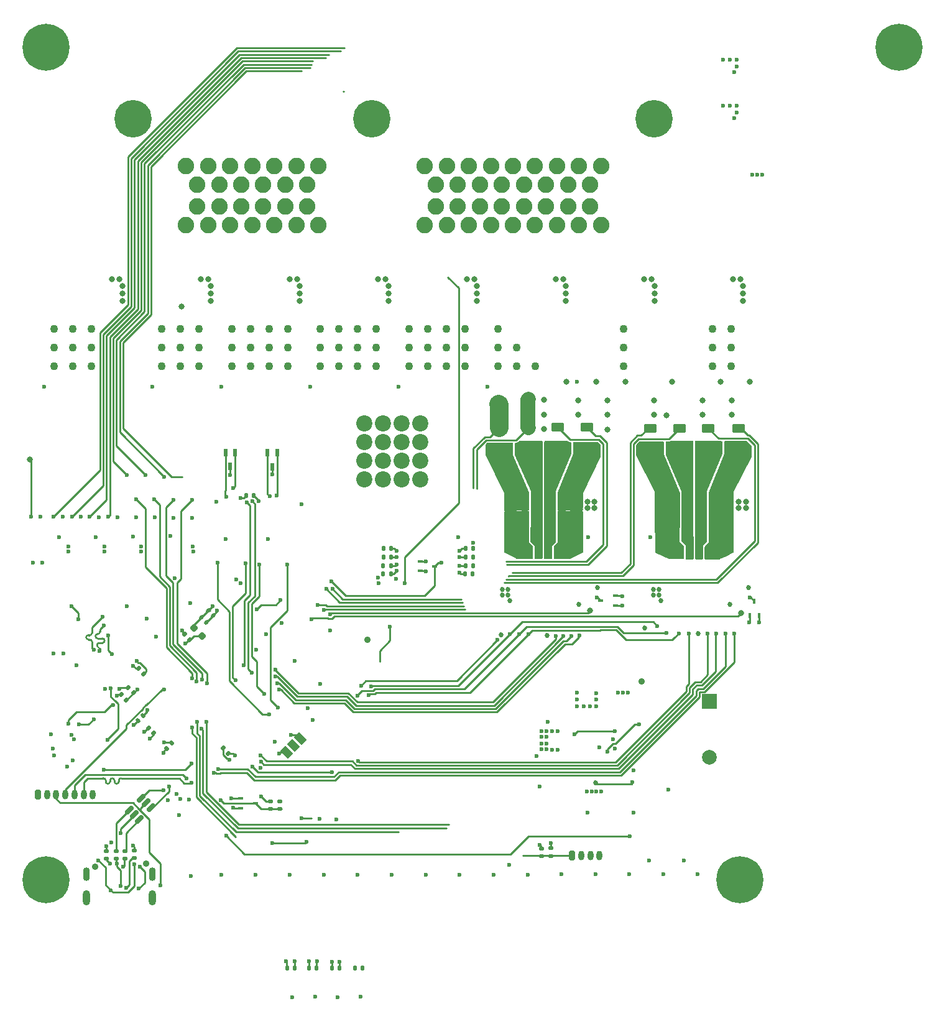
<source format=gbr>
%TF.GenerationSoftware,KiCad,Pcbnew,(6.0.8)*%
%TF.CreationDate,2024-01-16T01:15:22+01:00*%
%TF.ProjectId,pdms,70646d73-2e6b-4696-9361-645f70636258,rev?*%
%TF.SameCoordinates,Original*%
%TF.FileFunction,Copper,L4,Bot*%
%TF.FilePolarity,Positive*%
%FSLAX46Y46*%
G04 Gerber Fmt 4.6, Leading zero omitted, Abs format (unit mm)*
G04 Created by KiCad (PCBNEW (6.0.8)) date 2024-01-16 01:15:22*
%MOMM*%
%LPD*%
G01*
G04 APERTURE LIST*
G04 Aperture macros list*
%AMRoundRect*
0 Rectangle with rounded corners*
0 $1 Rounding radius*
0 $2 $3 $4 $5 $6 $7 $8 $9 X,Y pos of 4 corners*
0 Add a 4 corners polygon primitive as box body*
4,1,4,$2,$3,$4,$5,$6,$7,$8,$9,$2,$3,0*
0 Add four circle primitives for the rounded corners*
1,1,$1+$1,$2,$3*
1,1,$1+$1,$4,$5*
1,1,$1+$1,$6,$7*
1,1,$1+$1,$8,$9*
0 Add four rect primitives between the rounded corners*
20,1,$1+$1,$2,$3,$4,$5,0*
20,1,$1+$1,$4,$5,$6,$7,0*
20,1,$1+$1,$6,$7,$8,$9,0*
20,1,$1+$1,$8,$9,$2,$3,0*%
%AMRotRect*
0 Rectangle, with rotation*
0 The origin of the aperture is its center*
0 $1 length*
0 $2 width*
0 $3 Rotation angle, in degrees counterclockwise*
0 Add horizontal line*
21,1,$1,$2,0,0,$3*%
G04 Aperture macros list end*
%TA.AperFunction,ComponentPad*%
%ADD10RoundRect,0.200000X-0.200000X-0.450000X0.200000X-0.450000X0.200000X0.450000X-0.200000X0.450000X0*%
%TD*%
%TA.AperFunction,ComponentPad*%
%ADD11O,0.800000X1.300000*%
%TD*%
%TA.AperFunction,ComponentPad*%
%ADD12C,0.800000*%
%TD*%
%TA.AperFunction,ComponentPad*%
%ADD13C,6.400000*%
%TD*%
%TA.AperFunction,ComponentPad*%
%ADD14O,1.025000X2.050000*%
%TD*%
%TA.AperFunction,ComponentPad*%
%ADD15O,0.925000X1.850000*%
%TD*%
%TA.AperFunction,ComponentPad*%
%ADD16C,2.250000*%
%TD*%
%TA.AperFunction,ComponentPad*%
%ADD17C,5.100000*%
%TD*%
%TA.AperFunction,ComponentPad*%
%ADD18R,2.000000X2.000000*%
%TD*%
%TA.AperFunction,ComponentPad*%
%ADD19C,2.000000*%
%TD*%
%TA.AperFunction,ComponentPad*%
%ADD20C,2.200000*%
%TD*%
%TA.AperFunction,SMDPad,CuDef*%
%ADD21RoundRect,0.135000X0.135000X0.185000X-0.135000X0.185000X-0.135000X-0.185000X0.135000X-0.185000X0*%
%TD*%
%TA.AperFunction,SMDPad,CuDef*%
%ADD22RoundRect,0.135000X-0.135000X-0.185000X0.135000X-0.185000X0.135000X0.185000X-0.135000X0.185000X0*%
%TD*%
%TA.AperFunction,SMDPad,CuDef*%
%ADD23R,0.700000X0.450000*%
%TD*%
%TA.AperFunction,SMDPad,CuDef*%
%ADD24RoundRect,0.140000X0.140000X0.170000X-0.140000X0.170000X-0.140000X-0.170000X0.140000X-0.170000X0*%
%TD*%
%TA.AperFunction,SMDPad,CuDef*%
%ADD25RoundRect,0.135000X-0.226274X-0.035355X-0.035355X-0.226274X0.226274X0.035355X0.035355X0.226274X0*%
%TD*%
%TA.AperFunction,SMDPad,CuDef*%
%ADD26RoundRect,0.135000X0.226274X0.035355X0.035355X0.226274X-0.226274X-0.035355X-0.035355X-0.226274X0*%
%TD*%
%TA.AperFunction,SMDPad,CuDef*%
%ADD27RoundRect,0.250000X0.625000X-0.375000X0.625000X0.375000X-0.625000X0.375000X-0.625000X-0.375000X0*%
%TD*%
%TA.AperFunction,SMDPad,CuDef*%
%ADD28RoundRect,0.135000X0.185000X-0.135000X0.185000X0.135000X-0.185000X0.135000X-0.185000X-0.135000X0*%
%TD*%
%TA.AperFunction,SMDPad,CuDef*%
%ADD29RoundRect,0.135000X-0.185000X0.135000X-0.185000X-0.135000X0.185000X-0.135000X0.185000X0.135000X0*%
%TD*%
%TA.AperFunction,SMDPad,CuDef*%
%ADD30RoundRect,0.140000X0.021213X-0.219203X0.219203X-0.021213X-0.021213X0.219203X-0.219203X0.021213X0*%
%TD*%
%TA.AperFunction,SMDPad,CuDef*%
%ADD31R,0.450000X0.700000*%
%TD*%
%TA.AperFunction,SMDPad,CuDef*%
%ADD32R,0.550000X1.000000*%
%TD*%
%TA.AperFunction,SMDPad,CuDef*%
%ADD33RoundRect,0.150000X-0.256326X-0.468458X0.468458X0.256326X0.256326X0.468458X-0.468458X-0.256326X0*%
%TD*%
%TA.AperFunction,SMDPad,CuDef*%
%ADD34RoundRect,0.140000X-0.219203X-0.021213X-0.021213X-0.219203X0.219203X0.021213X0.021213X0.219203X0*%
%TD*%
%TA.AperFunction,SMDPad,CuDef*%
%ADD35RoundRect,0.218750X0.335876X0.026517X0.026517X0.335876X-0.335876X-0.026517X-0.026517X-0.335876X0*%
%TD*%
%TA.AperFunction,SMDPad,CuDef*%
%ADD36RotRect,1.000000X1.500000X45.000000*%
%TD*%
%TA.AperFunction,SMDPad,CuDef*%
%ADD37RoundRect,0.135000X0.035355X-0.226274X0.226274X-0.035355X-0.035355X0.226274X-0.226274X0.035355X0*%
%TD*%
%TA.AperFunction,ViaPad*%
%ADD38C,0.685800*%
%TD*%
%TA.AperFunction,ViaPad*%
%ADD39C,0.889000*%
%TD*%
%TA.AperFunction,ViaPad*%
%ADD40C,0.600000*%
%TD*%
%TA.AperFunction,ViaPad*%
%ADD41C,0.800000*%
%TD*%
%TA.AperFunction,ViaPad*%
%ADD42C,1.100000*%
%TD*%
%TA.AperFunction,Conductor*%
%ADD43C,0.250000*%
%TD*%
%TA.AperFunction,Conductor*%
%ADD44C,0.254000*%
%TD*%
%TA.AperFunction,Conductor*%
%ADD45C,2.500000*%
%TD*%
%TA.AperFunction,Conductor*%
%ADD46C,2.000000*%
%TD*%
G04 APERTURE END LIST*
D10*
%TO.P,J5,1,Pin_1*%
%TO.N,SAFETY_IN*%
X92125000Y-155450000D03*
D11*
%TO.P,J5,2,Pin_2*%
%TO.N,GND*%
X93375000Y-155450000D03*
%TO.P,J5,3,Pin_3*%
%TO.N,+12V*%
X94625000Y-155450000D03*
%TO.P,J5,4,Pin_4*%
%TO.N,+5V*%
X95875000Y-155450000D03*
%TD*%
D10*
%TO.P,J1,1,Pin_1*%
%TO.N,+3.3V*%
X19364000Y-147160400D03*
D11*
%TO.P,J1,2,Pin_2*%
%TO.N,GND*%
X20614000Y-147160400D03*
%TO.P,J1,3,Pin_3*%
%TO.N,+5V*%
X21864000Y-147160400D03*
%TO.P,J1,4,Pin_4*%
%TO.N,NRST*%
X23114000Y-147160400D03*
%TO.P,J1,5,Pin_5*%
%TO.N,SWDIO*%
X24364000Y-147160400D03*
%TO.P,J1,6,Pin_6*%
%TO.N,SWCLK*%
X25614000Y-147160400D03*
%TO.P,J1,7,Pin_7*%
%TO.N,SWO*%
X26864000Y-147160400D03*
%TD*%
D12*
%TO.P,H2,1,1*%
%TO.N,GND*%
X138336856Y-43730344D03*
X136639800Y-43027400D03*
X134942744Y-47124456D03*
D13*
X136639800Y-45427400D03*
D12*
X134239800Y-45427400D03*
X134942744Y-43730344D03*
X136639800Y-47827400D03*
X138336856Y-47124456D03*
X139039800Y-45427400D03*
%TD*%
D14*
%TO.P,J6,S1,SHIELD*%
%TO.N,unconnected-(J6-PadS1)*%
X26030000Y-161213800D03*
%TO.P,J6,S2,SHIELD*%
%TO.N,unconnected-(J6-PadS2)*%
X34930000Y-161213800D03*
D15*
%TO.P,J6,S3,SHIELD*%
%TO.N,unconnected-(J6-PadS3)*%
X26030000Y-158013800D03*
%TO.P,J6,S4,SHIELD*%
%TO.N,unconnected-(J6-PadS4)*%
X34930000Y-158013800D03*
%TD*%
D16*
%TO.P,J2,1,1*%
%TO.N,HP_MOS7*%
X96068000Y-69598000D03*
%TO.P,J2,2,2*%
%TO.N,LP_MOS7*%
X94568000Y-67098000D03*
%TO.P,J2,3,3*%
%TO.N,HP_MOS7*%
X93068000Y-69598000D03*
%TO.P,J2,4,4*%
%TO.N,unconnected-(J2-Pad4)*%
X91568000Y-67098000D03*
%TO.P,J2,5,5*%
%TO.N,LP_MOS6*%
X90068000Y-69598000D03*
%TO.P,J2,6,6*%
%TO.N,unconnected-(J2-Pad6)*%
X88568000Y-67098000D03*
%TO.P,J2,7,7*%
%TO.N,LP_MOS5*%
X87068000Y-69598000D03*
%TO.P,J2,8,8*%
%TO.N,HP_MOS6*%
X85568000Y-67098000D03*
%TO.P,J2,9,9*%
X84068000Y-69598000D03*
%TO.P,J2,10,10*%
%TO.N,GND*%
X82568000Y-67098000D03*
%TO.P,J2,11,11*%
%TO.N,LP_MOS4*%
X81068000Y-69598000D03*
%TO.P,J2,12,12*%
%TO.N,GND*%
X79568000Y-67098000D03*
%TO.P,J2,13,13*%
%TO.N,LP_MOS3*%
X78068000Y-69598000D03*
%TO.P,J2,14,14*%
%TO.N,GND*%
X76568000Y-67098000D03*
%TO.P,J2,15,15*%
%TO.N,LP_MOS2*%
X75068000Y-69598000D03*
%TO.P,J2,16,16*%
%TO.N,HP_MOS5*%
X73568000Y-67098000D03*
%TO.P,J2,17,17*%
X72068000Y-69598000D03*
%TO.P,J2,18,18*%
%TO.N,LP_MOS8*%
X96068000Y-61598000D03*
%TO.P,J2,19,19*%
%TO.N,HP_MOS8*%
X94568000Y-64098000D03*
%TO.P,J2,20,20*%
X93068000Y-61598000D03*
%TO.P,J2,21,21*%
%TO.N,+12V*%
X91568000Y-64098000D03*
%TO.P,J2,22,22*%
X90068000Y-61598000D03*
%TO.P,J2,23,23*%
%TO.N,+5VL*%
X88568000Y-64098000D03*
%TO.P,J2,24,24*%
X87068000Y-61598000D03*
%TO.P,J2,25,25*%
%TO.N,+3.3VP*%
X85568000Y-64098000D03*
%TO.P,J2,26,26*%
X84068000Y-61598000D03*
%TO.P,J2,27,27*%
%TO.N,GND*%
X82568000Y-64098000D03*
%TO.P,J2,28,28*%
X81068000Y-61598000D03*
%TO.P,J2,29,29*%
X79568000Y-64098000D03*
%TO.P,J2,30,30*%
X78068000Y-61598000D03*
%TO.P,J2,31,31*%
X76568000Y-64098000D03*
%TO.P,J2,32,32*%
X75068000Y-61598000D03*
%TO.P,J2,33,33*%
%TO.N,SAFETY_IN*%
X73568000Y-64098000D03*
%TO.P,J2,34,34*%
%TO.N,LP_MOS1*%
X72068000Y-61598000D03*
%TO.P,J2,35,35*%
%TO.N,HP_MOS4*%
X57568000Y-69598000D03*
%TO.P,J2,36,36*%
%TO.N,CAN1_L*%
X56068000Y-67098000D03*
%TO.P,J2,37,37*%
%TO.N,HP_MOS4*%
X54568000Y-69598000D03*
%TO.P,J2,38,38*%
%TO.N,CAN1_H*%
X53068000Y-67098000D03*
%TO.P,J2,39,39*%
%TO.N,HP_MOS4*%
X51568000Y-69598000D03*
%TO.P,J2,40,40*%
%TO.N,CAN2_L*%
X50068000Y-67098000D03*
%TO.P,J2,41,41*%
%TO.N,HP_MOS3*%
X48568000Y-69598000D03*
%TO.P,J2,42,42*%
%TO.N,CAN2_H*%
X47068000Y-67098000D03*
%TO.P,J2,43,43*%
%TO.N,HP_MOS3*%
X45568000Y-69598000D03*
%TO.P,J2,44,44*%
%TO.N,HP_MOS2*%
X44068000Y-67098000D03*
%TO.P,J2,45,45*%
%TO.N,HP_MOS3*%
X42568000Y-69598000D03*
%TO.P,J2,46,46*%
%TO.N,HP_MOS2*%
X41068000Y-67098000D03*
%TO.P,J2,47,47*%
X39568000Y-69598000D03*
%TO.P,J2,48,48*%
%TO.N,ADC_IN1*%
X57568000Y-61598000D03*
%TO.P,J2,49,49*%
%TO.N,ADC_IN2*%
X56068000Y-64098000D03*
%TO.P,J2,50,50*%
%TO.N,ADC_IN3*%
X54568000Y-61598000D03*
%TO.P,J2,51,51*%
%TO.N,ADC_IN4*%
X53068000Y-64098000D03*
%TO.P,J2,52,52*%
%TO.N,CONN_AD_IN5*%
X51568000Y-61598000D03*
%TO.P,J2,53,53*%
%TO.N,CONN_AD_IN6*%
X50068000Y-64098000D03*
%TO.P,J2,54,54*%
%TO.N,CONN_AD_IN7*%
X48568000Y-61598000D03*
%TO.P,J2,55,55*%
%TO.N,CONN_AD_IN8*%
X47068000Y-64098000D03*
%TO.P,J2,56,56*%
%TO.N,GND*%
X45568000Y-61598000D03*
%TO.P,J2,57,57*%
X44068000Y-64098000D03*
%TO.P,J2,58,58*%
%TO.N,HP_MOS1*%
X42568000Y-61598000D03*
%TO.P,J2,59,59*%
X41068000Y-64098000D03*
%TO.P,J2,60,60*%
X39568000Y-61598000D03*
D17*
%TO.P,J2,MH1,MH1*%
%TO.N,unconnected-(J2-PadMH1)*%
X103318000Y-55098000D03*
%TO.P,J2,MH2,MH2*%
%TO.N,unconnected-(J2-PadMH2)*%
X64818000Y-55098000D03*
%TO.P,J2,MH3,MH3*%
%TO.N,unconnected-(J2-PadMH3)*%
X32318000Y-55098000D03*
%TD*%
D18*
%TO.P,BZ1,1,-*%
%TO.N,+5V*%
X110800000Y-134500000D03*
D19*
%TO.P,BZ1,2,+*%
%TO.N,Net-(BZ1-Pad2)*%
X110800000Y-142100000D03*
%TD*%
D20*
%TO.P,J3,1,1*%
%TO.N,+12V*%
X63830000Y-104250000D03*
%TO.P,J3,2,2*%
X66370000Y-104250000D03*
%TO.P,J3,3,3*%
X68910000Y-104250000D03*
%TO.P,J3,4,4*%
X71450000Y-104250000D03*
%TO.P,J3,5,5*%
X63830000Y-101710000D03*
%TO.P,J3,6,6*%
X66370000Y-101710000D03*
%TO.P,J3,7,7*%
X68910000Y-101710000D03*
%TO.P,J3,8,8*%
X71450000Y-101710000D03*
%TO.P,J3,9,9*%
X63830000Y-99170000D03*
%TO.P,J3,10,10*%
X66370000Y-99170000D03*
%TO.P,J3,11,11*%
X68910000Y-99170000D03*
%TO.P,J3,12,12*%
X71450000Y-99170000D03*
%TO.P,J3,13,13*%
X63830000Y-96630000D03*
%TO.P,J3,14,14*%
X66370000Y-96630000D03*
%TO.P,J3,15,15*%
X68910000Y-96630000D03*
%TO.P,J3,16,16*%
X71450000Y-96630000D03*
%TD*%
D12*
%TO.P,H1,1,1*%
%TO.N,GND*%
X18787544Y-47124456D03*
D13*
X20484600Y-45427400D03*
D12*
X18787544Y-43730344D03*
X22181656Y-47124456D03*
X20484600Y-47827400D03*
X22181656Y-43730344D03*
X20484600Y-43027400D03*
X22884600Y-45427400D03*
X18084600Y-45427400D03*
%TD*%
%TO.P,H3,1,1*%
%TO.N,GND*%
X22207056Y-160434856D03*
X18812944Y-157040744D03*
X22207056Y-157040744D03*
X22910000Y-158737800D03*
X18812944Y-160434856D03*
D13*
X20510000Y-158737800D03*
D12*
X18110000Y-158737800D03*
X20510000Y-161137800D03*
X20510000Y-156337800D03*
%TD*%
%TO.P,H4,1,1*%
%TO.N,GND*%
X113304944Y-160434856D03*
X116699056Y-157040744D03*
X115002000Y-161137800D03*
X112602000Y-158737800D03*
D13*
X115002000Y-158737800D03*
D12*
X117402000Y-158737800D03*
X116699056Y-160434856D03*
X113304944Y-157040744D03*
X115002000Y-156337800D03*
%TD*%
D21*
%TO.P,R3,2*%
%TO.N,Net-(R118-Pad2)*%
X59398400Y-170741700D03*
%TO.P,R3,1*%
%TO.N,SIG_IN7*%
X60418400Y-170741700D03*
%TD*%
D22*
%TO.P,R143,1*%
%TO.N,/HP_VMUX/HP_MOS_DIV6*%
X77620400Y-114808000D03*
%TO.P,R143,2*%
%TO.N,HP_MOS6*%
X78640400Y-114808000D03*
%TD*%
D23*
%TO.P,D38,1*%
%TO.N,GND*%
X71425000Y-116700000D03*
%TO.P,D38,2*%
%TO.N,+3.3V*%
X71425000Y-115400000D03*
%TO.P,D38,3*%
%TO.N,/HP_VMUX/HP_VMUX_ADC*%
X73425000Y-116050000D03*
%TD*%
D24*
%TO.P,C87,1*%
%TO.N,GND*%
X48740000Y-106426000D03*
%TO.P,C87,2*%
%TO.N,+5V*%
X47780000Y-106426000D03*
%TD*%
D25*
%TO.P,C44,1*%
%TO.N,+3.3V*%
X33062873Y-130014631D03*
%TO.P,C44,2*%
%TO.N,GND*%
X33784121Y-130735879D03*
%TD*%
D26*
%TO.P,C52,1*%
%TO.N,+3.3V*%
X40049480Y-126041584D03*
%TO.P,C52,2*%
%TO.N,GND*%
X39328232Y-125320336D03*
%TD*%
D27*
%TO.P,F12,1*%
%TO.N,/POWER_SWITCHES/BTS722204-1/OUT2*%
X90156345Y-99935773D03*
%TO.P,F12,2*%
%TO.N,LP_MOS3*%
X90156345Y-97135773D03*
%TD*%
D28*
%TO.P,R170,1*%
%TO.N,SAFETY_IN*%
X89250000Y-155500000D03*
%TO.P,R170,2*%
%TO.N,GND*%
X89250000Y-154480000D03*
%TD*%
D26*
%TO.P,R73,1*%
%TO.N,+3.3V*%
X31410624Y-134260624D03*
%TO.P,R73,2*%
%TO.N,/IMU/IMU_I2C_SDA*%
X30689376Y-133539376D03*
%TD*%
D28*
%TO.P,R168,1*%
%TO.N,Net-(D4-Pad3)*%
X52328000Y-149098000D03*
%TO.P,R168,2*%
%TO.N,SAFETY_IN*%
X52328000Y-148078000D03*
%TD*%
D27*
%TO.P,F11,1*%
%TO.N,/POWER_SWITCHES/BTS722204-1/OUT1*%
X86193945Y-99977373D03*
%TO.P,F11,2*%
%TO.N,LP_MOS2*%
X86193945Y-97177373D03*
%TD*%
D21*
%TO.P,R154,1*%
%TO.N,/HP_VMUX/HP_MOS_DIV1*%
X67437000Y-117094000D03*
%TO.P,R154,2*%
%TO.N,HP_MOS1*%
X66417000Y-117094000D03*
%TD*%
D29*
%TO.P,R174,1*%
%TO.N,Net-(R174-Pad1)*%
X31242000Y-154836400D03*
%TO.P,R174,2*%
%TO.N,USB_CONN_D-*%
X31242000Y-155856400D03*
%TD*%
D23*
%TO.P,D39,1*%
%TO.N,GND*%
X98028000Y-120101600D03*
%TO.P,D39,2*%
%TO.N,+3.3V*%
X98028000Y-121401600D03*
%TO.P,D39,3*%
%TO.N,SENS_OUT_LP1*%
X96028000Y-120751600D03*
%TD*%
D27*
%TO.P,F14,1*%
%TO.N,/POWER_SWITCHES/BTS722204-2/OUT0*%
X102743000Y-100079000D03*
%TO.P,F14,2*%
%TO.N,LP_MOS5*%
X102743000Y-97279000D03*
%TD*%
D30*
%TO.P,C77,1*%
%TO.N,+3.3V*%
X32985389Y-137050000D03*
%TO.P,C77,2*%
%TO.N,GND*%
X33664211Y-136371178D03*
%TD*%
D27*
%TO.P,F15,1*%
%TO.N,/POWER_SWITCHES/BTS722204-2/OUT1*%
X106760000Y-100079000D03*
%TO.P,F15,2*%
%TO.N,LP_MOS6*%
X106760000Y-97279000D03*
%TD*%
D31*
%TO.P,D40,1*%
%TO.N,GND*%
X117591600Y-122818400D03*
%TO.P,D40,2*%
%TO.N,+3.3V*%
X116291600Y-122818400D03*
%TO.P,D40,3*%
%TO.N,SENS_OUT_LP2*%
X116941600Y-120818400D03*
%TD*%
D27*
%TO.P,F13,1*%
%TO.N,/POWER_SWITCHES/BTS722204-1/OUT3*%
X94132400Y-99923600D03*
%TO.P,F13,2*%
%TO.N,LP_MOS4*%
X94132400Y-97123600D03*
%TD*%
%TO.P,F17,1*%
%TO.N,/POWER_SWITCHES/BTS722204-2/OUT3*%
X114808000Y-100076000D03*
%TO.P,F17,2*%
%TO.N,LP_MOS8*%
X114808000Y-97276000D03*
%TD*%
D23*
%TO.P,D4,1*%
%TO.N,GND*%
X47006000Y-148986000D03*
%TO.P,D4,2*%
%TO.N,+3.3V*%
X47006000Y-147686000D03*
%TO.P,D4,3*%
%TO.N,Net-(D4-Pad3)*%
X49006000Y-148336000D03*
%TD*%
D22*
%TO.P,R139,1*%
%TO.N,/HP_VMUX/HP_MOS_DIV7*%
X77620400Y-115976400D03*
%TO.P,R139,2*%
%TO.N,HP_MOS7*%
X78640400Y-115976400D03*
%TD*%
D32*
%TO.P,D28,1,K1*%
%TO.N,CAN2_H*%
X44917600Y-100594400D03*
%TO.P,D28,2,K2*%
%TO.N,CAN2_L*%
X46217600Y-100594400D03*
%TO.P,D28,3,CC*%
%TO.N,GND*%
X45567600Y-102494400D03*
%TD*%
D21*
%TO.P,R1,2*%
%TO.N,Net-(R1-Pad2)*%
X53302400Y-170741700D03*
%TO.P,R1,1*%
%TO.N,SIG_IN5*%
X54322400Y-170741700D03*
%TD*%
D33*
%TO.P,U12,1,I/O1*%
%TO.N,Net-(R174-Pad1)*%
X33189332Y-150579668D03*
%TO.P,U12,2,GND*%
%TO.N,GND*%
X32517581Y-149907917D03*
%TO.P,U12,3,I/O2*%
%TO.N,Net-(R176-Pad2)*%
X31845830Y-149236166D03*
%TO.P,U12,4,I/O2*%
%TO.N,/USB-C/USB_D+*%
X33454498Y-147627498D03*
%TO.P,U12,5,VBUS*%
%TO.N,+5V*%
X34126249Y-148299249D03*
%TO.P,U12,6,I/O1*%
%TO.N,/USB-C/USB_D-*%
X34798000Y-148971000D03*
%TD*%
D29*
%TO.P,R167,1*%
%TO.N,GND*%
X51078000Y-148078000D03*
%TO.P,R167,2*%
%TO.N,Net-(D4-Pad3)*%
X51078000Y-149098000D03*
%TD*%
D28*
%TO.P,R177,1*%
%TO.N,Net-(J6-PadA5)*%
X28702000Y-155856400D03*
%TO.P,R177,2*%
%TO.N,GND*%
X28702000Y-154836400D03*
%TD*%
D21*
%TO.P,R2,2*%
%TO.N,Net-(R117-Pad2)*%
X56274200Y-170741700D03*
%TO.P,R2,1*%
%TO.N,SIG_IN6*%
X57294200Y-170741700D03*
%TD*%
D22*
%TO.P,R155,1*%
%TO.N,/HP_VMUX/HP_MOS_DIV5*%
X77640000Y-113665000D03*
%TO.P,R155,2*%
%TO.N,HP_MOS5*%
X78660000Y-113665000D03*
%TD*%
D26*
%TO.P,R74,1*%
%TO.N,+3.3V*%
X32410624Y-133310624D03*
%TO.P,R74,2*%
%TO.N,/IMU/IMU_I2C_SCL*%
X31689376Y-132589376D03*
%TD*%
D32*
%TO.P,D27,1,K1*%
%TO.N,CAN1_H*%
X50658000Y-100599200D03*
%TO.P,D27,2,K2*%
%TO.N,CAN1_L*%
X51958000Y-100599200D03*
%TO.P,D27,3,CC*%
%TO.N,GND*%
X51308000Y-102499200D03*
%TD*%
D21*
%TO.P,R158,1*%
%TO.N,/HP_VMUX/HP_MOS_DIV4*%
X67441000Y-113665000D03*
%TO.P,R158,2*%
%TO.N,HP_MOS4*%
X66421000Y-113665000D03*
%TD*%
%TO.P,R4,2*%
%TO.N,Net-(R119-Pad2)*%
X62522600Y-170741700D03*
%TO.P,R4,1*%
%TO.N,SIG_IN8*%
X63542600Y-170741700D03*
%TD*%
D28*
%TO.P,R176,1*%
%TO.N,USB_CONN_D+*%
X30022800Y-155856400D03*
%TO.P,R176,2*%
%TO.N,Net-(R176-Pad2)*%
X30022800Y-154836400D03*
%TD*%
D22*
%TO.P,R134,1*%
%TO.N,/HP_VMUX/HP_MOS_DIV8*%
X77569600Y-117094000D03*
%TO.P,R134,2*%
%TO.N,HP_MOS8*%
X78589600Y-117094000D03*
%TD*%
D34*
%TO.P,C80,1*%
%TO.N,VDDA*%
X42568195Y-122094515D03*
%TO.P,C80,2*%
%TO.N,GND*%
X43247017Y-122773337D03*
%TD*%
D27*
%TO.P,F10,1*%
%TO.N,/POWER_SWITCHES/BTS722204-1/OUT0*%
X82245200Y-99974400D03*
%TO.P,F10,2*%
%TO.N,LP_MOS1*%
X82245200Y-97174400D03*
%TD*%
D21*
%TO.P,R142,1*%
%TO.N,/HP_VMUX/HP_MOS_DIV2*%
X67437000Y-115968000D03*
%TO.P,R142,2*%
%TO.N,HP_MOS2*%
X66417000Y-115968000D03*
%TD*%
D35*
%TO.P,L1,1*%
%TO.N,+3.3V*%
X41712243Y-125549084D03*
%TO.P,L1,2*%
%TO.N,VDDA*%
X40598549Y-124435390D03*
%TD*%
D36*
%TO.P,JP1,1,A*%
%TO.N,GND*%
X53279522Y-141411478D03*
%TO.P,JP1,2,C*%
%TO.N,Net-(JP1-Pad2)*%
X54198761Y-140492239D03*
%TO.P,JP1,3,B*%
%TO.N,+3.3V*%
X55118000Y-139573000D03*
%TD*%
D27*
%TO.P,F16,1*%
%TO.N,/POWER_SWITCHES/BTS722204-2/OUT2*%
X110697000Y-100082000D03*
%TO.P,F16,2*%
%TO.N,LP_MOS7*%
X110697000Y-97282000D03*
%TD*%
D28*
%TO.P,R178,1*%
%TO.N,Net-(J6-PadB5)*%
X32512000Y-155831000D03*
%TO.P,R178,2*%
%TO.N,GND*%
X32512000Y-154811000D03*
%TD*%
%TO.P,R169,1*%
%TO.N,SAFETY_IN*%
X88000000Y-155510000D03*
%TO.P,R169,2*%
%TO.N,+5V*%
X88000000Y-154490000D03*
%TD*%
D25*
%TO.P,R56,1*%
%TO.N,SPI1_MISO*%
X34439376Y-138089376D03*
%TO.P,R56,2*%
%TO.N,SPI1_MOSI*%
X35160624Y-138810624D03*
%TD*%
D34*
%TO.P,C83,1*%
%TO.N,VDDA*%
X41634249Y-123028463D03*
%TO.P,C83,2*%
%TO.N,GND*%
X42313071Y-123707285D03*
%TD*%
D37*
%TO.P,C51,1*%
%TO.N,+3.3V*%
X36889376Y-140860624D03*
%TO.P,C51,2*%
%TO.N,GND*%
X37610624Y-140139376D03*
%TD*%
D26*
%TO.P,C45,1*%
%TO.N,+3.3V*%
X45300000Y-141550000D03*
%TO.P,C45,2*%
%TO.N,GND*%
X44578752Y-140828752D03*
%TD*%
D21*
%TO.P,R136,1*%
%TO.N,/HP_VMUX/HP_MOS_DIV3*%
X67439000Y-114808000D03*
%TO.P,R136,2*%
%TO.N,HP_MOS3*%
X66419000Y-114808000D03*
%TD*%
D38*
%TO.N,/POWER_SWITCHES/BTS722204-1/OUT0*%
X84080000Y-110607000D03*
X84980000Y-110607000D03*
X83230000Y-110597000D03*
X84980000Y-111507000D03*
X83230000Y-111497000D03*
X84080000Y-112407000D03*
X83230000Y-112397000D03*
X85880000Y-110607000D03*
X84980000Y-112407000D03*
X85880000Y-112407000D03*
X84080000Y-111507000D03*
X85880000Y-111507000D03*
D39*
%TO.N,GND*%
X64262000Y-126111000D03*
D40*
X113601400Y-47113800D03*
D41*
X41554400Y-76952800D03*
X30886400Y-77918000D03*
X115417600Y-78934800D03*
D40*
X21150000Y-138950000D03*
X92760800Y-135128000D03*
X22856600Y-127929600D03*
X87675000Y-146050000D03*
D41*
X30886400Y-79950000D03*
D40*
X32337497Y-154098503D03*
D41*
X67132200Y-79950800D03*
X53644800Y-76953600D03*
D40*
X116660000Y-62760000D03*
X104557000Y-158013400D03*
D41*
X29489400Y-76952800D03*
D40*
X34180679Y-123180931D03*
X99927000Y-158013400D03*
X95850000Y-140750000D03*
X92760800Y-134213600D03*
X94589600Y-135128000D03*
X45500000Y-142450000D03*
X72225000Y-116725000D03*
X25225000Y-109300000D03*
X36611209Y-140048147D03*
D41*
X79200000Y-78934800D03*
D40*
X40197866Y-158241568D03*
D41*
X42570400Y-76952800D03*
X103352600Y-78934000D03*
X115417600Y-79950800D03*
D40*
X113601400Y-53347000D03*
D39*
X27178000Y-156972000D03*
D38*
X113624889Y-121235455D03*
D40*
X24300000Y-139600000D03*
X99738300Y-133238000D03*
X57165200Y-174704100D03*
X65786000Y-118364000D03*
X24598504Y-129575227D03*
D41*
X101955600Y-76952800D03*
D40*
X114515800Y-54286800D03*
X78638400Y-112845500D03*
D41*
X91287600Y-77918800D03*
D40*
X24130000Y-142494000D03*
X92811600Y-90932000D03*
X28702000Y-154178000D03*
X50673000Y-112395000D03*
X40525000Y-114058000D03*
D41*
X30505400Y-76952800D03*
D40*
X114236400Y-55048800D03*
D38*
X104226889Y-120727455D03*
D40*
X95416800Y-135128000D03*
X100475000Y-143840200D03*
X52610000Y-123750000D03*
X87300000Y-141875000D03*
X30249000Y-109380000D03*
D41*
X66751200Y-76953600D03*
D40*
X68522400Y-91618600D03*
D41*
X94206000Y-107261000D03*
X54660800Y-76953600D03*
D40*
X63337400Y-174704100D03*
X53677200Y-158047600D03*
X49112159Y-127453924D03*
X51331500Y-103581200D03*
D39*
X101600000Y-131724400D03*
D40*
X54341112Y-128928649D03*
D41*
X67132200Y-78934800D03*
D40*
X62937200Y-158047600D03*
D41*
X95123000Y-108150000D03*
X90906600Y-76953600D03*
X89890600Y-76953600D03*
D38*
X93058000Y-121257000D03*
D40*
X102615000Y-156102400D03*
D41*
X114020600Y-76953600D03*
D40*
X76581000Y-112141000D03*
D41*
X103352600Y-79950000D03*
D40*
X117980800Y-62760000D03*
X94801500Y-146735800D03*
X43800000Y-122100000D03*
D41*
X115036600Y-76953600D03*
D40*
X44364200Y-91618600D03*
X23495000Y-113411000D03*
X32766000Y-109411000D03*
D41*
X77803000Y-76953600D03*
D40*
X33405500Y-114046000D03*
X43688000Y-107315000D03*
X94166500Y-146735800D03*
X60213200Y-174754900D03*
D38*
X103210889Y-119203455D03*
D40*
X56454600Y-91618600D03*
X27709000Y-109371000D03*
X54015600Y-174780300D03*
X45567600Y-103632000D03*
X28448000Y-114046000D03*
D38*
X103972889Y-119203455D03*
D41*
X42951400Y-77918000D03*
X115417600Y-77918800D03*
D40*
X95416800Y-133328000D03*
X37846000Y-109474000D03*
D38*
X116164889Y-118949455D03*
D40*
X35306000Y-109421000D03*
X29396300Y-153670000D03*
X114515800Y-53347000D03*
D41*
X42951400Y-78934000D03*
D40*
X34290000Y-135636000D03*
X19685000Y-109347000D03*
X40475000Y-113408000D03*
X22733000Y-109347000D03*
D41*
X115858000Y-107261000D03*
D40*
X99077900Y-133238000D03*
X95297000Y-158013400D03*
X40386000Y-109474000D03*
X20208800Y-91617800D03*
X72197200Y-158047600D03*
X46417960Y-117883094D03*
X117602000Y-123748800D03*
X56816374Y-136991682D03*
X100500000Y-149650500D03*
X99009200Y-120142000D03*
X105206800Y-146446200D03*
X32820000Y-128970000D03*
X28448000Y-113358000D03*
D41*
X79200000Y-77918800D03*
D40*
X83591400Y-156718000D03*
D41*
X114825000Y-108150000D03*
X55041800Y-77918800D03*
X114825000Y-107261000D03*
X115825000Y-108150000D03*
D40*
X34940800Y-91617800D03*
X23950000Y-139000000D03*
X38989000Y-124841000D03*
X45974000Y-148962500D03*
X49168485Y-121924050D03*
D41*
X103352600Y-77918000D03*
D40*
X37070738Y-147957395D03*
X31521400Y-121513600D03*
D38*
X82644000Y-119225000D03*
D40*
X58307200Y-158047600D03*
X23368000Y-143342000D03*
D41*
X30886400Y-78934000D03*
D38*
X103972889Y-119965455D03*
D41*
X42951400Y-79950000D03*
D40*
X67567200Y-158047600D03*
X98417500Y-133238000D03*
X86087200Y-158047600D03*
X65721643Y-117576642D03*
D38*
X95598000Y-118971000D03*
D40*
X57785000Y-132080000D03*
X52401377Y-120666813D03*
X95436500Y-146735800D03*
D41*
X78819000Y-76953600D03*
X65735200Y-76953600D03*
X95156000Y-107261000D03*
D38*
X83406000Y-119987000D03*
D40*
X38051093Y-117679338D03*
X44398200Y-158058800D03*
X23495000Y-114046000D03*
D41*
X91287600Y-79950800D03*
D40*
X97739200Y-139598400D03*
X88800000Y-137250000D03*
D41*
X55041800Y-78934800D03*
D40*
X60000000Y-150550000D03*
X44958000Y-112395000D03*
X33405500Y-113411000D03*
X107314000Y-156141200D03*
X114515800Y-47113800D03*
D38*
X83660000Y-120749000D03*
X109306889Y-125272800D03*
D40*
X109187000Y-158013400D03*
X96071500Y-146735800D03*
X92760800Y-133299200D03*
X102775000Y-112150000D03*
X38802031Y-147714218D03*
X117320400Y-62760000D03*
D38*
X88726000Y-125499500D03*
D40*
X55248592Y-150346409D03*
D41*
X55041800Y-79950800D03*
D40*
X97920011Y-140896811D03*
X49424783Y-107177104D03*
D41*
X91287600Y-78934800D03*
D40*
X80610000Y-91618600D03*
X18669000Y-115570000D03*
X94300000Y-112150000D03*
D38*
X83406000Y-119225000D03*
D40*
X47000000Y-118375000D03*
X114236400Y-48815600D03*
X76827200Y-158047600D03*
X112687000Y-53347000D03*
X95416800Y-134228000D03*
D41*
X94206000Y-108150000D03*
D40*
X81457200Y-158047600D03*
D41*
X67132200Y-77918800D03*
X102971600Y-76952800D03*
D40*
X59182000Y-124841000D03*
X30686497Y-152447503D03*
X52193402Y-141547256D03*
X49047200Y-158047600D03*
X49796203Y-147446203D03*
X93689600Y-135128000D03*
D38*
X103210889Y-119965455D03*
D40*
X89250000Y-153750000D03*
X90667000Y-158013400D03*
X38608000Y-149987000D03*
D38*
X82644000Y-119987000D03*
D39*
X34114729Y-156538863D03*
D40*
X114515800Y-48053600D03*
D41*
X79200000Y-79950800D03*
D40*
X112687000Y-47113800D03*
%TO.N,/POWER_SWITCHES/BTS722204-1/OUT1*%
X87652400Y-112374600D03*
X86852400Y-111507000D03*
X87652400Y-110574600D03*
X86852400Y-110607000D03*
X86852400Y-112407000D03*
X87652400Y-111474600D03*
%TO.N,/POWER_SWITCHES/BTS722204-1/OUT2*%
X89481200Y-111507400D03*
X89481200Y-112407400D03*
X88681200Y-111500000D03*
X88681200Y-112400000D03*
X88681200Y-110600000D03*
X89481200Y-110607400D03*
D38*
%TO.N,/POWER_SWITCHES/BTS722204-1/OUT3*%
X90540000Y-110587000D03*
X93190000Y-111497000D03*
X93190000Y-110597000D03*
X90540000Y-112387000D03*
X91390000Y-112397000D03*
X91390000Y-110597000D03*
X92290000Y-112397000D03*
X91390000Y-111497000D03*
X92290000Y-110597000D03*
X93190000Y-112397000D03*
X92290000Y-111497000D03*
X90540000Y-111487000D03*
D40*
%TO.N,SENS_OUT_LP1*%
X59182000Y-122574500D03*
X95504000Y-120345200D03*
D41*
X94584395Y-122118235D03*
D40*
%TO.N,SENS_OUT_LP2*%
X56645345Y-123276500D03*
D41*
X115140000Y-122430000D03*
D40*
X116332000Y-120345200D03*
D42*
%TO.N,+12V*%
X50841200Y-83744600D03*
X99152000Y-86283800D03*
D41*
X95391800Y-90982800D03*
D42*
X74999400Y-86284600D03*
X111217000Y-88824600D03*
X21605800Y-88823800D03*
X82007000Y-86284600D03*
D41*
X88290000Y-95400000D03*
X88290000Y-93400000D03*
X92963000Y-93440000D03*
D42*
X53381200Y-88824600D03*
D41*
X18322000Y-101504000D03*
D42*
X57851600Y-88824600D03*
X62931600Y-88824600D03*
D41*
X116328000Y-90982800D03*
D42*
X77539400Y-83744600D03*
D41*
X96963000Y-97440000D03*
X96963000Y-93440000D03*
D42*
X82007000Y-88824600D03*
D41*
X105000000Y-95500000D03*
D42*
X111217000Y-83744600D03*
X84547000Y-86284600D03*
X48301200Y-86284600D03*
X111217000Y-86284600D03*
D41*
X91391800Y-90982800D03*
X92963000Y-95440000D03*
D42*
X99152000Y-88823800D03*
D41*
X113899200Y-95440000D03*
D42*
X84547000Y-88824600D03*
X45761200Y-83744600D03*
X36210800Y-86283800D03*
D41*
X109899200Y-93440000D03*
D42*
X45761200Y-86284600D03*
X69919400Y-88824600D03*
D40*
X18415000Y-109347000D03*
D42*
X48301200Y-83744600D03*
X74999400Y-88824600D03*
X72459400Y-86284600D03*
X26685800Y-88823800D03*
X77539400Y-86284600D03*
X48301200Y-88824600D03*
X65471600Y-88824600D03*
X45761200Y-88824600D03*
X60391600Y-83744600D03*
X72459400Y-88824600D03*
D41*
X88290000Y-97400000D03*
D42*
X38750800Y-88823800D03*
D41*
X109899200Y-95440000D03*
D42*
X77539400Y-88824600D03*
X41290800Y-83743800D03*
X50841200Y-86284600D03*
X72459400Y-83744600D03*
X21605800Y-83743800D03*
D41*
X99391800Y-90982800D03*
D42*
X65471600Y-86284600D03*
X113757000Y-88824600D03*
X60391600Y-88824600D03*
D41*
X113899200Y-93440000D03*
D42*
X26685800Y-86283800D03*
X113757000Y-86284600D03*
X24145800Y-86283800D03*
X60391600Y-86284600D03*
X87087000Y-88824600D03*
X69919400Y-83744600D03*
D41*
X103327200Y-93440000D03*
X103327200Y-95440000D03*
D42*
X62931600Y-86284600D03*
X41290800Y-88823800D03*
X57851600Y-83744600D03*
D41*
X105756000Y-90982800D03*
D42*
X21605800Y-86283800D03*
X65471600Y-83744600D03*
X113757000Y-83744600D03*
X36210800Y-83743800D03*
X36210800Y-88823800D03*
X24145800Y-88823800D03*
X41290800Y-86283800D03*
X82007000Y-83744600D03*
X69919400Y-86284600D03*
X38750800Y-83743800D03*
X24145800Y-83743800D03*
X74999400Y-83744600D03*
X53381200Y-86284600D03*
X38750800Y-86283800D03*
X57851600Y-86284600D03*
X53381200Y-83744600D03*
D41*
X112328000Y-90982800D03*
D42*
X50841200Y-88824600D03*
X26685800Y-83743800D03*
X99152000Y-83743800D03*
X62931600Y-83744600D03*
D41*
X96963000Y-95440000D03*
D38*
%TO.N,/POWER_SWITCHES/BTS722204-2/OUT0*%
X104646889Y-111485455D03*
X105546889Y-110585455D03*
X103796889Y-111475455D03*
X106446889Y-110585455D03*
X105546889Y-111485455D03*
X104646889Y-110585455D03*
X105546889Y-112385455D03*
X103796889Y-112375455D03*
X106446889Y-112385455D03*
X106446889Y-111485455D03*
X104646889Y-112385455D03*
X103796889Y-110575455D03*
D40*
%TO.N,/POWER_SWITCHES/BTS722204-2/OUT1*%
X108219289Y-112353055D03*
X107419289Y-111485455D03*
X107419289Y-112385455D03*
X108219289Y-111453055D03*
X107419289Y-110585455D03*
X108219289Y-110553055D03*
%TO.N,/POWER_SWITCHES/BTS722204-2/OUT2*%
X109248089Y-111478455D03*
X110048089Y-111485855D03*
X109248089Y-110578455D03*
X110048089Y-112385855D03*
X110048089Y-110585855D03*
X109248089Y-112378455D03*
D38*
%TO.N,/POWER_SWITCHES/BTS722204-2/OUT3*%
X112856889Y-110575455D03*
X111956889Y-112375455D03*
X113756889Y-111475455D03*
X112856889Y-112375455D03*
X111106889Y-112365455D03*
X112856889Y-111475455D03*
X111956889Y-110575455D03*
X111956889Y-111475455D03*
X111106889Y-111465455D03*
X111106889Y-110565455D03*
X113756889Y-112375455D03*
X113756889Y-110575455D03*
D40*
%TO.N,LP_SIG_IN1*%
X51706560Y-130149931D03*
X89900000Y-125550000D03*
%TO.N,+5V*%
X36068000Y-159512000D03*
X46990000Y-106807000D03*
X87750000Y-154000000D03*
%TO.N,Net-(JP1-Pad2)*%
X54198761Y-140492239D03*
%TO.N,/ARGB_LEDS/LED_DATA_IN*%
X28834174Y-139750000D03*
X29319411Y-132697411D03*
%TO.N,/POWER1/PG3V3*%
X101222811Y-137594011D03*
X96977200Y-141325600D03*
%TO.N,/PERIPHERAL/BUZZ_IN*%
X100000000Y-152800000D03*
X45000000Y-152724500D03*
D38*
%TO.N,12V_LOGIC_ONLY*%
X95372324Y-145526242D03*
D40*
X100325000Y-145425000D03*
%TO.N,ADC_IN1*%
X21463000Y-109347000D03*
%TO.N,ADC_IN2*%
X24003000Y-109347000D03*
%TO.N,LP_SIG_IN2*%
X51733661Y-131102839D03*
X90927493Y-125593998D03*
%TO.N,LP_SIG_IN3*%
X51973264Y-131978838D03*
X92000000Y-125550000D03*
%TO.N,LP_SIG_IN4*%
X52220387Y-132862357D03*
X93100000Y-125500000D03*
%TO.N,LP_SIG_IN5*%
X110600000Y-125250000D03*
X49735232Y-141792974D03*
%TO.N,LP_SIG_IN6*%
X111750000Y-125250000D03*
X49745530Y-142686450D03*
%TO.N,LP_SIG_IN7*%
X113000000Y-125250000D03*
X43950000Y-143650000D03*
%TO.N,LP_SIG_IN8*%
X43324651Y-144174500D03*
X114250000Y-125250000D03*
%TO.N,VDDA*%
X43200000Y-121500000D03*
%TO.N,NCS*%
X28956000Y-125476000D03*
X29464000Y-128016000D03*
%TO.N,SENS_OUT3*%
X55268800Y-107646800D03*
%TO.N,SENS_OUT5*%
X59502711Y-119160889D03*
%TO.N,SENS_OUT6*%
X58629322Y-119170678D03*
%TO.N,SENS_OUT7*%
X57505600Y-121346300D03*
%TO.N,SENS_OUT8*%
X58320349Y-121974697D03*
%TO.N,BK1_IO0*%
X23950000Y-121525000D03*
X24875000Y-123244500D03*
%TO.N,BK1_IO1*%
X27778945Y-127567306D03*
X28375000Y-124100000D03*
%TO.N,BK1_IO2*%
X26972094Y-127469171D03*
X28175000Y-122975000D03*
%TO.N,LP_CSN1*%
X81993564Y-126096859D03*
X49675390Y-143499487D03*
X63373000Y-132334000D03*
%TO.N,LP_CSN2*%
X108000000Y-125250000D03*
X59436000Y-144119600D03*
X63000000Y-142551500D03*
X48624500Y-143353981D03*
%TO.N,NRST*%
X36576000Y-132842000D03*
%TO.N,ADC_IN3*%
X26416000Y-109347000D03*
%TO.N,ADC_IN4*%
X28956000Y-109347000D03*
%TO.N,/PERIPHERAL/TEMP1_ALERT*%
X55950000Y-153575000D03*
X51325000Y-153733900D03*
%TO.N,/IMU/IMU_I2C_SA0*%
X29625675Y-135001783D03*
X23525212Y-137547894D03*
%TO.N,/IMU/IMU_I2C_SDA*%
X30099000Y-133731000D03*
X26968324Y-136915549D03*
X24983411Y-137633411D03*
%TO.N,/IMU/IMU_I2C_SCL*%
X30446512Y-132742851D03*
%TO.N,/CAN_BUS/CAN2_RX*%
X47625000Y-115697000D03*
X46303744Y-131620566D03*
%TO.N,/CAN_BUS/CAN2_TX*%
X50850000Y-136200000D03*
X43815000Y-115570000D03*
%TO.N,/CAN_BUS/CAN1_RX*%
X52052338Y-135272662D03*
X53340000Y-115824000D03*
%TO.N,/CAN_BUS/CAN1_TX*%
X50162971Y-133479029D03*
X49530000Y-115824000D03*
%TO.N,CAN1_H*%
X50952400Y-106527600D03*
%TO.N,CAN1_L*%
X51917600Y-106426000D03*
%TO.N,CAN2_L*%
X45991690Y-105395936D03*
%TO.N,CAN2_H*%
X45008800Y-106578400D03*
%TO.N,SWDIO*%
X39630991Y-144969217D03*
%TO.N,SWCLK*%
X40312500Y-145542000D03*
%TO.N,CONN_AD_IN5*%
X31496000Y-103632000D03*
%TO.N,CONN_AD_IN6*%
X34036000Y-103632000D03*
%TO.N,CONN_AD_IN7*%
X36576000Y-103886000D03*
%TO.N,Net-(R1-Pad2)*%
X40358854Y-131286796D03*
X40394500Y-138034341D03*
X32766000Y-106934000D03*
X53159400Y-169887500D03*
%TO.N,SIG_IN5*%
X54379400Y-169877500D03*
%TO.N,SIG_IN6*%
X57419200Y-169852700D03*
%TO.N,SIG_IN7*%
X60441800Y-169954300D03*
%TO.N,+3.3V*%
X99009200Y-121412000D03*
X94200000Y-149600000D03*
X53848000Y-139065000D03*
X72225000Y-115425000D03*
X39979600Y-147828000D03*
X36500000Y-141500000D03*
D38*
X82426800Y-125374400D03*
D40*
X89425000Y-138525000D03*
X32319000Y-112058000D03*
X68173600Y-117754400D03*
X32333554Y-129604488D03*
X37450000Y-111958000D03*
X87925000Y-141000000D03*
X51622007Y-139967768D03*
X45720000Y-147709500D03*
X19939000Y-115570000D03*
X87925000Y-138525000D03*
X88675000Y-139325000D03*
X56093091Y-135422909D03*
X35493179Y-125649230D03*
X21450000Y-140900000D03*
X57750000Y-150450000D03*
X32900000Y-132850000D03*
X90175000Y-141075000D03*
X28488581Y-132725671D03*
D38*
X102035600Y-124482600D03*
D40*
X88675000Y-140200000D03*
X32386011Y-137700733D03*
X116281200Y-123748800D03*
X21573988Y-141800325D03*
X89425000Y-141075000D03*
X87925000Y-140200000D03*
X87925000Y-139325000D03*
X22275000Y-112108000D03*
X38252400Y-147066000D03*
X40162914Y-121051338D03*
X88675000Y-141000000D03*
X39450000Y-126550000D03*
X90175000Y-138525000D03*
X27271000Y-112108000D03*
X46250000Y-141850000D03*
X88675000Y-138525000D03*
X21485000Y-127955000D03*
X50450000Y-125300000D03*
%TO.N,SAFETY_IN*%
X67310000Y-124333000D03*
X69342000Y-118364000D03*
%TO.N,Net-(R117-Pad2)*%
X41010500Y-131750000D03*
X56276200Y-169878100D03*
X41021000Y-137287000D03*
X35179000Y-106934000D03*
%TO.N,Net-(R118-Pad2)*%
X41767892Y-131493951D03*
X37846000Y-107061000D03*
X59400400Y-169954300D03*
X41666500Y-138200000D03*
%TO.N,Net-(R119-Pad2)*%
X42291000Y-137287000D03*
X40386000Y-107061000D03*
X42420029Y-132000000D03*
%TO.N,Net-(D4-Pad3)*%
X44291089Y-147928911D03*
%TO.N,SPI2_MISO*%
X103751978Y-124185150D03*
X64770000Y-132388154D03*
X83650000Y-125323600D03*
%TO.N,SPI2_MOSI*%
X62900000Y-133700000D03*
X84916000Y-125323600D03*
X105000000Y-125150000D03*
%TO.N,SPI1_MISO*%
X33850000Y-138600000D03*
%TO.N,SPI1_MOSI*%
X34650000Y-139500000D03*
%TO.N,Net-(J6-PadA5)*%
X29210000Y-156591000D03*
%TO.N,USB_CONN_D+*%
X30606162Y-159639000D03*
X30175200Y-156591000D03*
%TO.N,USB_CONN_D-*%
X31013118Y-156972808D03*
%TO.N,Net-(J6-PadB5)*%
X31433624Y-159839975D03*
%TO.N,/USB-C/USB_D+*%
X36519000Y-146558000D03*
%TO.N,/USB-C/USB_D-*%
X37243285Y-146050500D03*
%TO.N,USBC_SWCLK*%
X29305603Y-160178397D03*
X27600171Y-156127658D03*
X32539691Y-156678756D03*
%TO.N,USBC_SWDIO*%
X33126947Y-159962819D03*
X33280213Y-156980137D03*
%TO.N,SPI2_SCK*%
X64416589Y-133637154D03*
X86186000Y-125323600D03*
X106650000Y-125200000D03*
%TO.N,/POWER1/PREFUSE_3V3*%
X97950000Y-138525000D03*
X92475000Y-138925000D03*
%TO.N,SWO*%
X40312500Y-142925500D03*
X28380174Y-143764000D03*
%TO.N,/CAN_BUS/CAN_TERMINATOR_2*%
X48627416Y-107235500D03*
X48525993Y-130544008D03*
%TO.N,/CAN_BUS/CAN_TERMINATOR_1*%
X47404659Y-129591508D03*
X47845997Y-107404581D03*
D41*
%TO.N,/HP_POWER_CHANNEL/BTS50005-1LUA2/IN*%
X38963600Y-80721200D03*
D40*
%TO.N,/HP_VMUX/HP_VMUX_ADC*%
X74325000Y-115550000D03*
X59309300Y-118084300D03*
%TO.N,/HP_VMUX/HP_MOS_DIV8*%
X76809600Y-116941600D03*
%TO.N,/HP_VMUX/HP_MOS_DIV7*%
X76809600Y-116027200D03*
%TO.N,/HP_VMUX/HP_MOS_DIV6*%
X76809600Y-114858800D03*
%TO.N,/HP_VMUX/HP_MOS_DIV5*%
X76809600Y-113944400D03*
%TO.N,/HP_VMUX/HP_MOS_DIV4*%
X68199000Y-113995200D03*
%TO.N,/HP_VMUX/HP_MOS_DIV3*%
X68224400Y-114851473D03*
%TO.N,/HP_VMUX/HP_MOS_DIV2*%
X68234314Y-115791681D03*
%TO.N,/HP_VMUX/HP_MOS_DIV1*%
X68199000Y-116713000D03*
%TD*%
D43*
%TO.N,GND*%
X38989000Y-124841000D02*
X38989000Y-124981104D01*
D44*
X32512000Y-154811000D02*
X32512000Y-154273006D01*
X55248592Y-150346409D02*
X56646409Y-150346409D01*
X49424783Y-107110783D02*
X48740000Y-106426000D01*
X50428000Y-148078000D02*
X49796203Y-147446203D01*
X37519395Y-140048147D02*
X36611209Y-140048147D01*
X51308000Y-103557700D02*
X51331500Y-103581200D01*
D43*
X49168485Y-121924050D02*
X49797101Y-121295431D01*
X49797101Y-121295431D02*
X51772758Y-121295432D01*
X34290000Y-135788400D02*
X33664211Y-136414189D01*
D44*
X30686497Y-151812503D02*
X30686497Y-152447503D01*
X47006000Y-148986000D02*
X45997500Y-148986000D01*
X45567600Y-103632000D02*
X45567600Y-102494400D01*
X53279522Y-141411478D02*
X52329180Y-141411478D01*
X45997500Y-148986000D02*
X45974000Y-148962500D01*
D43*
X43800000Y-122220354D02*
X43247017Y-122773337D01*
D44*
X98028000Y-120101600D02*
X98968800Y-120101600D01*
D43*
X43236976Y-122799218D02*
X43272898Y-122799216D01*
D44*
X49424783Y-107177104D02*
X49424783Y-107110783D01*
D43*
X45087833Y-142250000D02*
X45300000Y-142250000D01*
D44*
X52329180Y-141411478D02*
X52193402Y-141547256D01*
D43*
X34290000Y-135636000D02*
X34290000Y-135788400D01*
D44*
X51308000Y-102499200D02*
X51308000Y-103557700D01*
X37610624Y-140139376D02*
X37519395Y-140048147D01*
X89250000Y-154480000D02*
X89250000Y-153750000D01*
X117591600Y-123738400D02*
X117602000Y-123748800D01*
X32517581Y-149981419D02*
X30686497Y-151812503D01*
D43*
X45300000Y-142250000D02*
X45500000Y-142450000D01*
X43800000Y-122100000D02*
X43800000Y-122220354D01*
X42313071Y-123707285D02*
X43247017Y-122773337D01*
X32820000Y-128970000D02*
X33046718Y-129196718D01*
X34115879Y-130404121D02*
X34115879Y-130142982D01*
D44*
X56646409Y-150346409D02*
X56650000Y-150350000D01*
X72200000Y-116700000D02*
X72225000Y-116725000D01*
X28702000Y-154836400D02*
X28702000Y-154178000D01*
D43*
X38989000Y-124981104D02*
X39328232Y-125320336D01*
X33784121Y-130735878D02*
X34115879Y-130404121D01*
D44*
X32512000Y-154273006D02*
X32337497Y-154098503D01*
D43*
X34115879Y-130062981D02*
X34115879Y-130142982D01*
X33249614Y-129196718D02*
X34115879Y-130062981D01*
X51772758Y-121295432D02*
X52401377Y-120666813D01*
D44*
X117591600Y-122818400D02*
X117591600Y-123738400D01*
X98968800Y-120101600D02*
X99009200Y-120142000D01*
D43*
X44578752Y-141740919D02*
X45087833Y-142250000D01*
X33046718Y-129196718D02*
X33249614Y-129196718D01*
D44*
X71425000Y-116700000D02*
X72200000Y-116700000D01*
X51078000Y-148078000D02*
X50428000Y-148078000D01*
D43*
X44578752Y-140828752D02*
X44578752Y-141740919D01*
D44*
X32517581Y-149907917D02*
X32517581Y-149981419D01*
%TO.N,SENS_OUT_LP1*%
X94300630Y-122402000D02*
X94584395Y-122118235D01*
X59182000Y-122574500D02*
X59354500Y-122402000D01*
X95504000Y-120345200D02*
X95621600Y-120345200D01*
X59354500Y-122402000D02*
X94300630Y-122402000D01*
X95621600Y-120345200D02*
X96028000Y-120751600D01*
D43*
%TO.N,SENS_OUT_LP2*%
X56645345Y-123276500D02*
X56781845Y-123140000D01*
D44*
X116941600Y-120818400D02*
X116468400Y-120345200D01*
D43*
X58863616Y-123140000D02*
X58923116Y-123199500D01*
X56781845Y-123140000D02*
X58863616Y-123140000D01*
X59786384Y-122854000D02*
X99751600Y-122854000D01*
X58923116Y-123199500D02*
X59440884Y-123199500D01*
D44*
X116468400Y-120345200D02*
X116332000Y-120345200D01*
D43*
X114716000Y-122854000D02*
X115140000Y-122430000D01*
D44*
X99751600Y-122854000D02*
X114716000Y-122854000D01*
D43*
X59440884Y-123199500D02*
X59786384Y-122854000D01*
%TO.N,+12V*%
X18415000Y-101597000D02*
X18322000Y-101504000D01*
X18415000Y-109347000D02*
X18415000Y-101597000D01*
%TO.N,LP_SIG_IN1*%
X81325000Y-134575000D02*
X89900000Y-126000000D01*
X61666116Y-133350000D02*
X62891116Y-134575000D01*
X89900000Y-126000000D02*
X89900000Y-125550000D01*
X51706560Y-130192560D02*
X54864000Y-133350000D01*
X51706560Y-130149931D02*
X51706560Y-130192560D01*
X54864000Y-133350000D02*
X61666116Y-133350000D01*
X62891116Y-134575000D02*
X81325000Y-134575000D01*
D44*
%TO.N,+5V*%
X34544000Y-150534972D02*
X34544000Y-155018526D01*
X22433708Y-148290708D02*
X21879400Y-147736400D01*
X33381014Y-149078014D02*
X33127014Y-149078014D01*
X88000000Y-154250000D02*
X87750000Y-154000000D01*
X33364249Y-149061249D02*
X33381014Y-149078014D01*
X33127014Y-149117986D02*
X33643238Y-149634210D01*
X36068000Y-156542526D02*
X36068000Y-159512000D01*
X46990000Y-106807000D02*
X47399000Y-106807000D01*
X32299736Y-148290708D02*
X22433708Y-148290708D01*
X21879400Y-147736400D02*
X21879400Y-146906400D01*
X33381014Y-149371986D02*
X33643238Y-149634210D01*
X33107028Y-149098000D02*
X33127014Y-149117986D01*
X33643238Y-149634210D02*
X34544000Y-150534972D01*
X33381014Y-149078014D02*
X33381014Y-149371986D01*
X47399000Y-106807000D02*
X47780000Y-106426000D01*
X33127014Y-149117986D02*
X32299736Y-148290708D01*
X33127014Y-149078014D02*
X33107028Y-149098000D01*
X88000000Y-154490000D02*
X88000000Y-154250000D01*
X34544000Y-155018526D02*
X36068000Y-156542526D01*
X34126249Y-148299249D02*
X33364249Y-149061249D01*
%TO.N,/ARGB_LEDS/LED_DATA_IN*%
X30276800Y-138223200D02*
X30276800Y-134766196D01*
X29885387Y-134374783D02*
X29856071Y-134374783D01*
X28834174Y-139665826D02*
X30276800Y-138223200D01*
X29856071Y-134374783D02*
X29319411Y-133838123D01*
X28834174Y-139750000D02*
X28834174Y-139665826D01*
X30276800Y-134766196D02*
X29885387Y-134374783D01*
X29319411Y-133838123D02*
X29319411Y-132697411D01*
D43*
%TO.N,/POWER1/PG3V3*%
X96977200Y-140955738D02*
X96977200Y-141325600D01*
X97709538Y-140223400D02*
X96977200Y-140955738D01*
X100657989Y-137594011D02*
X98028600Y-140223400D01*
X101222811Y-137594011D02*
X100657989Y-137594011D01*
X98028600Y-140223400D02*
X97709538Y-140223400D01*
D44*
%TO.N,/PERIPHERAL/BUZZ_IN*%
X47525500Y-155250000D02*
X45000000Y-152724500D01*
X86200000Y-152800000D02*
X83750000Y-155250000D01*
X83750000Y-155250000D02*
X47525500Y-155250000D01*
X100000000Y-152800000D02*
X86200000Y-152800000D01*
D43*
%TO.N,12V_LOGIC_ONLY*%
X100325000Y-145630700D02*
X100220900Y-145734800D01*
X100325000Y-145425000D02*
X100325000Y-145630700D01*
X95580882Y-145734800D02*
X95372324Y-145526242D01*
X100220900Y-145734800D02*
X95580882Y-145734800D01*
%TO.N,ADC_IN1*%
X31630000Y-60318000D02*
X31630000Y-80475776D01*
X46475000Y-45473000D02*
X31630000Y-60318000D01*
X27813000Y-102997000D02*
X21463000Y-109347000D01*
X61135000Y-45473000D02*
X46475000Y-45473000D01*
X31630000Y-80475776D02*
X27813000Y-84292776D01*
X27813000Y-84292776D02*
X27813000Y-102997000D01*
%TO.N,ADC_IN2*%
X32080000Y-80662172D02*
X28263000Y-84479172D01*
X28263000Y-105087000D02*
X24003000Y-109347000D01*
X46661396Y-45923000D02*
X32080000Y-60504396D01*
X60635610Y-45923000D02*
X46661396Y-45923000D01*
X32080000Y-60504396D02*
X32080000Y-80662172D01*
X28263000Y-84479172D02*
X28263000Y-105087000D01*
%TO.N,LP_SIG_IN2*%
X54677604Y-133800000D02*
X61479720Y-133800000D01*
X62704720Y-135025000D02*
X81511396Y-135025000D01*
X51733661Y-131102839D02*
X51980443Y-131102839D01*
X51980443Y-131102839D02*
X54677604Y-133800000D01*
X61479720Y-133800000D02*
X62704720Y-135025000D01*
X81511396Y-135025000D02*
X90927493Y-125608903D01*
X90927493Y-125608903D02*
X90927493Y-125593998D01*
%TO.N,LP_SIG_IN3*%
X51973264Y-131978838D02*
X52220046Y-131978838D01*
X81697792Y-135475000D02*
X90953794Y-126218998D01*
X91331002Y-126218998D02*
X92000000Y-125550000D01*
X61293324Y-134250000D02*
X62518324Y-135475000D01*
X54491208Y-134250000D02*
X61293324Y-134250000D01*
X90953794Y-126218998D02*
X91331002Y-126218998D01*
X62518324Y-135475000D02*
X81697792Y-135475000D01*
X52220046Y-131978838D02*
X54491208Y-134250000D01*
%TO.N,LP_SIG_IN4*%
X91140190Y-126668998D02*
X92126602Y-126668998D01*
X92126602Y-126668998D02*
X93014800Y-125780800D01*
X81884188Y-135925000D02*
X91140190Y-126668998D01*
X52467169Y-132862357D02*
X54304812Y-134700000D01*
X54304812Y-134700000D02*
X61106928Y-134700000D01*
X52220387Y-132862357D02*
X52467169Y-132862357D01*
X62331928Y-135925000D02*
X81884188Y-135925000D01*
X61106928Y-134700000D02*
X62331928Y-135925000D01*
%TO.N,LP_SIG_IN5*%
X108915812Y-131825000D02*
X109615812Y-131825000D01*
X49735232Y-141792974D02*
X50562619Y-142620361D01*
X109615812Y-131825000D02*
X110600000Y-130840812D01*
X108125000Y-133315812D02*
X108125000Y-132615812D01*
X98264812Y-143176000D02*
X108125000Y-133315812D01*
X108125000Y-132615812D02*
X108915812Y-131825000D01*
X110600000Y-130840812D02*
X110600000Y-125250000D01*
X62740616Y-143176000D02*
X98264812Y-143176000D01*
X62184977Y-142620361D02*
X62740616Y-143176000D01*
X50562619Y-142620361D02*
X62184977Y-142620361D01*
%TO.N,LP_SIG_IN6*%
X62554220Y-143626000D02*
X61998581Y-143070361D01*
X111709200Y-130368008D02*
X109802208Y-132275000D01*
X111750000Y-125250000D02*
X111709200Y-125290800D01*
X109102208Y-132275000D02*
X108575000Y-132802208D01*
X111709200Y-125290800D02*
X111709200Y-130368008D01*
X109802208Y-132275000D02*
X109102208Y-132275000D01*
X111712500Y-125250000D02*
X111750000Y-125250000D01*
X108575000Y-132802208D02*
X108575000Y-133502208D01*
X108575000Y-133502208D02*
X98451208Y-143626000D01*
X50129441Y-143070361D02*
X49745530Y-142686450D01*
X98451208Y-143626000D02*
X62554220Y-143626000D01*
X61998581Y-143070361D02*
X50129441Y-143070361D01*
%TO.N,LP_SIG_IN7*%
X113000000Y-129713604D02*
X113000000Y-125250000D01*
X47950000Y-143650000D02*
X49044600Y-144744600D01*
X59694884Y-144744600D02*
X60363984Y-144075500D01*
X60363984Y-144075500D02*
X98638104Y-144075500D01*
X109988604Y-132725000D02*
X113000000Y-129713604D01*
X109025000Y-132988604D02*
X109288604Y-132725000D01*
X109288604Y-132725000D02*
X109988604Y-132725000D01*
X109025000Y-133688604D02*
X109025000Y-132988604D01*
X49044600Y-144744600D02*
X59694884Y-144744600D01*
X43950000Y-143650000D02*
X47950000Y-143650000D01*
X98638104Y-144075500D02*
X109025000Y-133688604D01*
%TO.N,LP_SIG_IN8*%
X44208884Y-144275000D02*
X44309384Y-144174500D01*
X44309384Y-144174500D02*
X47838104Y-144174500D01*
X43691116Y-144275000D02*
X44208884Y-144275000D01*
X59881280Y-145194600D02*
X60550380Y-144525500D01*
X110175000Y-133175000D02*
X114250000Y-129100000D01*
X109475000Y-133875000D02*
X109475000Y-133175000D01*
X114250000Y-129100000D02*
X114250000Y-125250000D01*
X48858204Y-145194600D02*
X59881280Y-145194600D01*
X47838104Y-144174500D02*
X48858204Y-145194600D01*
X98824500Y-144525500D02*
X109475000Y-133875000D01*
X43324651Y-144174500D02*
X43590616Y-144174500D01*
X60550380Y-144525500D02*
X98824500Y-144525500D01*
X43590616Y-144174500D02*
X43691116Y-144275000D01*
X109475000Y-133175000D02*
X110175000Y-133175000D01*
%TO.N,VDDA*%
X41642166Y-123036381D02*
X42558154Y-122120395D01*
X40598549Y-124080000D02*
X40598550Y-124435392D01*
X42800692Y-122094516D02*
X42568194Y-122094514D01*
X42568195Y-122094515D02*
X42605485Y-122094515D01*
X42605485Y-122094515D02*
X43200000Y-121500000D01*
X41642166Y-123036381D02*
X40598549Y-124080000D01*
%TO.N,NCS*%
X28956000Y-125476000D02*
X28956000Y-127508000D01*
X28956000Y-127508000D02*
X29464000Y-128016000D01*
%TO.N,SENS_OUT5*%
X62476800Y-120555600D02*
X62482400Y-120550000D01*
X60897422Y-120555600D02*
X62476800Y-120555600D01*
X62482400Y-120550000D02*
X72450000Y-120550000D01*
X72455600Y-120555600D02*
X77026812Y-120555600D01*
X72450000Y-120550000D02*
X72455600Y-120555600D01*
X59502711Y-119160889D02*
X60897422Y-120555600D01*
%TO.N,SENS_OUT6*%
X58629322Y-119170678D02*
X60464244Y-121005600D01*
X60464244Y-121005600D02*
X77213208Y-121005600D01*
%TO.N,SENS_OUT7*%
X58575836Y-121346300D02*
X58729536Y-121500000D01*
X58729536Y-121500000D02*
X77355204Y-121500000D01*
X57505600Y-121346300D02*
X58575836Y-121346300D01*
%TO.N,SENS_OUT8*%
X58345046Y-121950000D02*
X77541600Y-121950000D01*
X58320349Y-121974697D02*
X58345046Y-121950000D01*
%TO.N,BK1_IO0*%
X23950000Y-121525000D02*
X24875000Y-122450000D01*
X24875000Y-122450000D02*
X24875000Y-123244500D01*
%TO.N,BK1_IO1*%
X28375000Y-124100000D02*
X27825000Y-124650000D01*
X27825000Y-126500000D02*
X27625000Y-126500000D01*
X27525000Y-125900000D02*
X27825000Y-125900000D01*
X27825000Y-125900000D02*
X28175000Y-125900000D01*
X27825000Y-127300000D02*
X27825000Y-127521251D01*
X27825000Y-127521251D02*
X27778945Y-127567306D01*
X27425000Y-126700000D02*
X27425000Y-126900000D01*
X27825000Y-124650000D02*
X27825000Y-125000000D01*
X28175000Y-126500000D02*
X27825000Y-126500000D01*
X28175000Y-126500000D02*
G75*
G03*
X28475000Y-126200000I0J300000D01*
G01*
X27425000Y-126700000D02*
G75*
G02*
X27625000Y-126500000I200000J0D01*
G01*
X27225000Y-125600000D02*
G75*
G02*
X27525000Y-125300000I300000J0D01*
G01*
X27525000Y-125900000D02*
G75*
G02*
X27225000Y-125600000I0J300000D01*
G01*
X27625000Y-127100000D02*
G75*
G02*
X27425000Y-126900000I0J200000D01*
G01*
X28475000Y-126200000D02*
G75*
G03*
X28175000Y-125900000I-300000J0D01*
G01*
X27525000Y-125300000D02*
G75*
G03*
X27825000Y-125000000I0J300000D01*
G01*
X27825000Y-127300000D02*
G75*
G03*
X27625000Y-127100000I-200000J0D01*
G01*
%TO.N,BK1_IO2*%
X26972094Y-127469171D02*
X26750000Y-127247077D01*
X26450000Y-126050000D02*
X26263584Y-126050000D01*
X26750000Y-125150000D02*
X26750000Y-125100000D01*
X26750000Y-127247077D02*
X26750000Y-126350000D01*
X26263584Y-125450000D02*
X26450000Y-125450000D01*
X26750000Y-125100000D02*
X26750000Y-124400000D01*
X26750000Y-124400000D02*
X28175000Y-122975000D01*
X25963600Y-125750000D02*
G75*
G03*
X26263584Y-126050000I300000J0D01*
G01*
X26450000Y-126050000D02*
G75*
G02*
X26750000Y-126350000I0J-300000D01*
G01*
X26263584Y-125449984D02*
G75*
G03*
X25963584Y-125750000I16J-300016D01*
G01*
X26750000Y-125150000D02*
G75*
G02*
X26450000Y-125450000I-300000J0D01*
G01*
%TO.N,LP_CSN1*%
X76416823Y-131673600D02*
X81993564Y-126096859D01*
X49675390Y-143499487D02*
X49725903Y-143550000D01*
X63373000Y-132334000D02*
X64033400Y-131673600D01*
X64033400Y-131673600D02*
X76416823Y-131673600D01*
%TO.N,LP_CSN2*%
X107675000Y-132429416D02*
X108000000Y-132104416D01*
X63000000Y-142551500D02*
X63174500Y-142726000D01*
X108000000Y-132104416D02*
X108000000Y-125250000D01*
X59436000Y-144119600D02*
X59427978Y-144127622D01*
X63174500Y-142726000D02*
X98078416Y-142726000D01*
X107675000Y-133129416D02*
X107675000Y-132429416D01*
X49398141Y-144127622D02*
X48624500Y-143353981D01*
X59427978Y-144127622D02*
X49398141Y-144127622D01*
X98078416Y-142726000D02*
X107675000Y-133129416D01*
D44*
%TO.N,NRST*%
X36292535Y-132842000D02*
X34125535Y-135009000D01*
X31427800Y-137706735D02*
X31427800Y-138193400D01*
X23129400Y-146491800D02*
X23129400Y-146906400D01*
X33663000Y-135471535D02*
X31427800Y-137706735D01*
X36576000Y-132842000D02*
X36292535Y-132842000D01*
X34030288Y-135009000D02*
X33663000Y-135376288D01*
X33663000Y-135376288D02*
X33663000Y-135471535D01*
X34125535Y-135009000D02*
X34030288Y-135009000D01*
X31427800Y-138193400D02*
X23129400Y-146491800D01*
%TO.N,ADC_IN3*%
X46848620Y-46375000D02*
X32532000Y-60691620D01*
X59037000Y-46375000D02*
X46848620Y-46375000D01*
X32532000Y-60691620D02*
X32532000Y-80849396D01*
X28715000Y-84666396D02*
X28715000Y-107048000D01*
X28715000Y-107048000D02*
X26416000Y-109347000D01*
X32532000Y-80849396D02*
X28715000Y-84666396D01*
%TO.N,ADC_IN4*%
X32986000Y-81037448D02*
X29169000Y-84854448D01*
X29169000Y-109134000D02*
X28956000Y-109347000D01*
X32986000Y-60879672D02*
X32986000Y-81037448D01*
X58544439Y-46829000D02*
X47036672Y-46829000D01*
X29169000Y-84854448D02*
X29169000Y-109134000D01*
X47036672Y-46829000D02*
X32986000Y-60879672D01*
%TO.N,/PERIPHERAL/TEMP1_ALERT*%
X55950000Y-153575000D02*
X55783901Y-153741099D01*
X51332199Y-153741099D02*
X51325000Y-153733900D01*
X55783901Y-153741099D02*
X51332199Y-153741099D01*
D43*
%TO.N,/IMU/IMU_I2C_SA0*%
X29336217Y-135001783D02*
X28448000Y-135890000D01*
X28448000Y-135890000D02*
X24638000Y-135890000D01*
X24638000Y-135890000D02*
X23525212Y-137002788D01*
X29625675Y-135001783D02*
X29336217Y-135001783D01*
X23525212Y-137002788D02*
X23525212Y-137547894D01*
%TO.N,/IMU/IMU_I2C_SDA*%
X30290624Y-133539376D02*
X30689376Y-133539376D01*
X30099000Y-133731000D02*
X30290624Y-133539376D01*
X26968324Y-136915549D02*
X26250462Y-137633411D01*
X26250462Y-137633411D02*
X24983411Y-137633411D01*
%TO.N,/IMU/IMU_I2C_SCL*%
X31689376Y-132589376D02*
X30599987Y-132589376D01*
X30599987Y-132589376D02*
X30446512Y-132742851D01*
%TO.N,/CAN_BUS/CAN2_RX*%
X46303744Y-131620566D02*
X45900000Y-131216822D01*
X45900000Y-121486000D02*
X47625000Y-119761000D01*
X47625000Y-119761000D02*
X47625000Y-115697000D01*
X45900000Y-131216822D02*
X45900000Y-121486000D01*
%TO.N,/CAN_BUS/CAN2_TX*%
X43815000Y-120615000D02*
X43815000Y-115570000D01*
X50850000Y-136200000D02*
X49970800Y-136200000D01*
X45450000Y-122250000D02*
X43815000Y-120615000D01*
X45450000Y-131679200D02*
X45450000Y-122250000D01*
X49970800Y-136200000D02*
X45450000Y-131679200D01*
D44*
%TO.N,/CAN_BUS/CAN1_RX*%
X51079560Y-124393728D02*
X53340000Y-122133288D01*
X53340000Y-122133288D02*
X53340000Y-115824000D01*
X51079560Y-134299884D02*
X51079560Y-124393728D01*
X52052338Y-135272662D02*
X51079560Y-134299884D01*
%TO.N,/CAN_BUS/CAN1_TX*%
X48514000Y-123698000D02*
X48514000Y-121158000D01*
X48514000Y-121158000D02*
X49530000Y-120142000D01*
X49530000Y-120142000D02*
X49530000Y-115824000D01*
X49152993Y-132469051D02*
X49152993Y-129064834D01*
X48485159Y-128397000D02*
X48485159Y-128270000D01*
X49152993Y-129064834D02*
X48485159Y-128397000D01*
X48485159Y-123726841D02*
X48514000Y-123698000D01*
X50162971Y-133479029D02*
X49152993Y-132469051D01*
X48485159Y-128241159D02*
X48485159Y-123726841D01*
%TO.N,CAN1_H*%
X50658000Y-106233200D02*
X50658000Y-100599200D01*
X50952400Y-106527600D02*
X50658000Y-106233200D01*
%TO.N,CAN1_L*%
X51917600Y-106426000D02*
X51958000Y-106385600D01*
X51958000Y-106385600D02*
X51958000Y-100599200D01*
%TO.N,CAN2_L*%
X46217600Y-105170026D02*
X46217600Y-100594400D01*
X45991690Y-105395936D02*
X46217600Y-105170026D01*
%TO.N,CAN2_H*%
X45008800Y-106578400D02*
X44907200Y-106476800D01*
X44907200Y-105765600D02*
X44917600Y-105755200D01*
X44907200Y-106476800D02*
X44907200Y-105765600D01*
X44917600Y-105755200D02*
X44917600Y-100594400D01*
D43*
%TO.N,SWDIO*%
X39136974Y-144475200D02*
X25806400Y-144475200D01*
X39630991Y-144969217D02*
X39136974Y-144475200D01*
X25806400Y-144475200D02*
X24379400Y-145902200D01*
X24379400Y-145902200D02*
X24379400Y-146906400D01*
D44*
%TO.N,SWCLK*%
X30400800Y-145376954D02*
X30400800Y-145227200D01*
X40258283Y-145596217D02*
X40312500Y-145542000D01*
X36750800Y-144927200D02*
X38653600Y-144927200D01*
X29800800Y-145227200D02*
X29800800Y-145376954D01*
X25629400Y-145465000D02*
X26167200Y-144927200D01*
X29200800Y-145376954D02*
X29200800Y-145227200D01*
X28600800Y-145227200D02*
X28600800Y-145376954D01*
X38653600Y-144927200D02*
X39322617Y-145596217D01*
X39322617Y-145596217D02*
X40258283Y-145596217D01*
X30700800Y-144927200D02*
X36750800Y-144927200D01*
X26167200Y-144927200D02*
X28300800Y-144927200D01*
X25629400Y-146906400D02*
X25629400Y-145465000D01*
X29500800Y-144927200D02*
G75*
G03*
X29200800Y-145227200I0J-300000D01*
G01*
X29800800Y-145227200D02*
G75*
G03*
X29500800Y-144927200I-300000J0D01*
G01*
X29200754Y-145376954D02*
G75*
G02*
X28900800Y-145676954I-299954J-46D01*
G01*
X28600800Y-145227200D02*
G75*
G03*
X28300800Y-144927200I-300000J0D01*
G01*
X30400754Y-145376954D02*
G75*
G02*
X30100800Y-145676954I-299954J-46D01*
G01*
X28900800Y-145677000D02*
G75*
G02*
X28600800Y-145376954I0J300000D01*
G01*
X30100800Y-145677000D02*
G75*
G02*
X29800800Y-145376954I0J300000D01*
G01*
X30700800Y-144927200D02*
G75*
G03*
X30400800Y-145227200I0J-300000D01*
G01*
D43*
%TO.N,CONN_AD_IN5*%
X61058000Y-51396000D02*
X60930267Y-51396000D01*
X33438000Y-61066896D02*
X33438000Y-81224672D01*
X29621000Y-85041672D02*
X29621000Y-101757000D01*
X29621000Y-101757000D02*
X31496000Y-103632000D01*
X56815267Y-47281000D02*
X47223896Y-47281000D01*
X33438000Y-81224672D02*
X29621000Y-85041672D01*
X47223896Y-47281000D02*
X33438000Y-61066896D01*
D44*
%TO.N,CONN_AD_IN6*%
X30073000Y-85228896D02*
X30073000Y-99669000D01*
X33890000Y-61254120D02*
X33890000Y-81411896D01*
X30073000Y-99669000D02*
X34036000Y-103632000D01*
X56628042Y-47733000D02*
X47411120Y-47733000D01*
X33890000Y-81411896D02*
X30073000Y-85228896D01*
X47411120Y-47733000D02*
X33890000Y-61254120D01*
%TO.N,CONN_AD_IN7*%
X30527000Y-97837000D02*
X36576000Y-103886000D01*
X34344000Y-61442172D02*
X34344000Y-81599948D01*
X56439990Y-48187000D02*
X47599172Y-48187000D01*
X47599172Y-48187000D02*
X34344000Y-61442172D01*
X34344000Y-81599948D02*
X30527000Y-85416948D01*
X30527000Y-85416948D02*
X30527000Y-97837000D01*
%TO.N,CONN_AD_IN8*%
X34798000Y-81788000D02*
X30981000Y-85605000D01*
X30981000Y-97275000D02*
X37592000Y-103886000D01*
X55245000Y-48641000D02*
X47787224Y-48641000D01*
X34798000Y-61630224D02*
X34798000Y-81788000D01*
X30981000Y-85605000D02*
X30981000Y-97275000D01*
X37592000Y-103886000D02*
X38989000Y-103886000D01*
X47787224Y-48641000D02*
X34798000Y-61630224D01*
D43*
%TO.N,Net-(R1-Pad2)*%
X40394500Y-138034341D02*
X40394500Y-138827949D01*
X40358854Y-131286796D02*
X40358854Y-130608854D01*
X34030500Y-116203724D02*
X34030500Y-108198500D01*
X36879362Y-127129362D02*
X36879362Y-119052586D01*
X40358854Y-130608854D02*
X36879362Y-127129362D01*
X34030500Y-108198500D02*
X32766000Y-106934000D01*
X40937000Y-147494225D02*
X46350776Y-152908000D01*
X40394500Y-138827949D02*
X40937000Y-139370449D01*
X40937000Y-139370449D02*
X40937000Y-147494225D01*
D44*
X53259400Y-169987500D02*
X53159400Y-169887500D01*
D43*
X36879362Y-119052586D02*
X34030500Y-116203724D01*
D44*
X53259400Y-170577500D02*
X53259400Y-169987500D01*
%TO.N,SIG_IN5*%
X54379400Y-170477500D02*
X54379400Y-169877500D01*
X54279400Y-170577500D02*
X54379400Y-170477500D01*
%TO.N,SIG_IN6*%
X57294200Y-169977700D02*
X57419200Y-169852700D01*
X57294200Y-170741700D02*
X57294200Y-169977700D01*
%TO.N,SIG_IN7*%
X60418400Y-170741700D02*
X60418400Y-169977700D01*
X60418400Y-169977700D02*
X60441800Y-169954300D01*
D45*
%TO.N,LP_MOS1*%
X82245200Y-94095200D02*
X82140000Y-93990000D01*
D44*
X80234348Y-98453600D02*
X78692400Y-99995548D01*
X82245200Y-97174400D02*
X82195600Y-97174400D01*
X80916400Y-98453600D02*
X80234348Y-98453600D01*
X78692400Y-99995548D02*
X78692400Y-105430000D01*
D45*
X82245200Y-97174400D02*
X82245200Y-94095200D01*
D44*
X82195600Y-97174400D02*
X80916400Y-98453600D01*
%TO.N,LP_MOS2*%
X84463718Y-98907600D02*
X80422400Y-98907600D01*
X79146400Y-100183600D02*
X79146400Y-105511600D01*
D46*
X86106000Y-93370400D02*
X86156800Y-93319600D01*
X86193945Y-97177373D02*
X86106000Y-97089428D01*
D44*
X80422400Y-98907600D02*
X79146400Y-100183600D01*
D46*
X86106000Y-97089428D02*
X86106000Y-93370400D01*
D44*
X86193945Y-97177373D02*
X84463718Y-98907600D01*
%TO.N,LP_MOS3*%
X91820572Y-98800000D02*
X95730000Y-98800000D01*
X95730000Y-98800000D02*
X96375000Y-99445000D01*
X90156345Y-97135773D02*
X91820572Y-98800000D01*
X96375000Y-113107948D02*
X95950000Y-113532948D01*
X94099200Y-115400000D02*
X83159600Y-115400000D01*
X95950000Y-113549200D02*
X94099200Y-115400000D01*
X96375000Y-99445000D02*
X96375000Y-113107948D01*
X95950000Y-113532948D02*
X95950000Y-113549200D01*
%TO.N,LP_MOS4*%
X95348800Y-98340000D02*
X95912052Y-98340000D01*
X96829000Y-113296000D02*
X96404000Y-113721000D01*
X94132400Y-97123600D02*
X95348800Y-98340000D01*
X96404000Y-113721000D02*
X96404000Y-113737252D01*
X94287252Y-115854000D02*
X83225000Y-115854000D01*
X95912052Y-98340000D02*
X96829000Y-99256948D01*
X96404000Y-113737252D02*
X94287252Y-115854000D01*
X96829000Y-99256948D02*
X96829000Y-113296000D01*
%TO.N,LP_MOS5*%
X102492800Y-97279000D02*
X101512800Y-98259000D01*
X100046000Y-99209948D02*
X100046000Y-115736948D01*
X101512800Y-98259000D02*
X100996948Y-98259000D01*
X98843848Y-116939100D02*
X84000000Y-116939100D01*
X100046000Y-115736948D02*
X98843848Y-116939100D01*
X100996948Y-98259000D02*
X100046000Y-99209948D01*
%TO.N,LP_MOS6*%
X105326000Y-98713000D02*
X101185000Y-98713000D01*
X99031900Y-117393100D02*
X83473900Y-117393100D01*
X100500000Y-99398000D02*
X100500000Y-115925000D01*
X83473900Y-117393100D02*
X83450000Y-117417000D01*
X101185000Y-98713000D02*
X100500000Y-99398000D01*
X106760000Y-97279000D02*
X105326000Y-98713000D01*
X100500000Y-115925000D02*
X99031900Y-117393100D01*
%TO.N,LP_MOS7*%
X95108566Y-117871000D02*
X83125000Y-117871000D01*
X116967000Y-112640948D02*
X111736948Y-117871000D01*
X111736948Y-117871000D02*
X96087435Y-117871000D01*
X96087435Y-117871000D02*
X96063535Y-117847100D01*
X110697000Y-97282000D02*
X112094000Y-98679000D01*
X95132466Y-117847100D02*
X95108566Y-117871000D01*
X116078000Y-98679000D02*
X116967000Y-99568000D01*
X112094000Y-98679000D02*
X116078000Y-98679000D01*
X96063535Y-117847100D02*
X95132466Y-117847100D01*
X116967000Y-99568000D02*
X116967000Y-112640948D01*
%TO.N,LP_MOS8*%
X115142000Y-97276000D02*
X116091000Y-98225000D01*
X116091000Y-98225000D02*
X116266052Y-98225000D01*
X116266052Y-98225000D02*
X117421000Y-99379948D01*
X95320518Y-118301100D02*
X95296618Y-118325000D01*
X95296618Y-118325000D02*
X82875000Y-118325000D01*
X95875482Y-118301100D02*
X95320518Y-118301100D01*
X117421000Y-112829000D02*
X111925000Y-118325000D01*
X111925000Y-118325000D02*
X95899382Y-118325000D01*
X95899382Y-118325000D02*
X95875482Y-118301100D01*
X117421000Y-99379948D02*
X117421000Y-112829000D01*
%TO.N,+3.3V*%
X36500000Y-141250000D02*
X36889376Y-140860624D01*
D43*
X39958416Y-126041584D02*
X39450000Y-126550000D01*
D44*
X45743500Y-147686000D02*
X45720000Y-147709500D01*
D43*
X40637298Y-125549085D02*
X40007337Y-126179046D01*
X33062873Y-130014631D02*
X32743697Y-130014631D01*
D44*
X36500000Y-141500000D02*
X36500000Y-141250000D01*
D43*
X41712242Y-125549085D02*
X40637298Y-125549085D01*
X31410624Y-134260624D02*
X31460624Y-134260624D01*
D44*
X98998800Y-121401600D02*
X99009200Y-121412000D01*
D43*
X45950000Y-141550000D02*
X45300000Y-141550000D01*
X32985389Y-137101355D02*
X32386011Y-137700733D01*
X32743697Y-130014631D02*
X32333554Y-129604488D01*
D44*
X71425000Y-115400000D02*
X72200000Y-115400000D01*
X53848000Y-139065000D02*
X54610000Y-139065000D01*
X72200000Y-115400000D02*
X72225000Y-115425000D01*
X54610000Y-139065000D02*
X55118000Y-139573000D01*
D43*
X46250000Y-141850000D02*
X45950000Y-141550000D01*
X32410624Y-133310624D02*
X32439376Y-133310624D01*
X31460624Y-134260624D02*
X32410624Y-133310624D01*
D44*
X116291600Y-122818400D02*
X116291600Y-123738400D01*
X116291600Y-123738400D02*
X116281200Y-123748800D01*
X47006000Y-147686000D02*
X45743500Y-147686000D01*
D43*
X32439376Y-133310624D02*
X32900000Y-132850000D01*
X40049480Y-126041584D02*
X39958416Y-126041584D01*
D44*
X98028000Y-121401600D02*
X98998800Y-121401600D01*
%TO.N,SAFETY_IN*%
X69342000Y-114808000D02*
X76662400Y-107487600D01*
X76662400Y-107487600D02*
X76662400Y-78196200D01*
X76662400Y-78196200D02*
X75150000Y-76683800D01*
X85450000Y-155450000D02*
X92125000Y-155450000D01*
X67310000Y-124333000D02*
X67310000Y-126187200D01*
X69342000Y-118364000D02*
X69342000Y-114808000D01*
X67310000Y-126187200D02*
X65913000Y-127584200D01*
X65913000Y-127584200D02*
X65913000Y-129006600D01*
%TO.N,Net-(R117-Pad2)*%
X41013000Y-131747500D02*
X41013000Y-130553620D01*
X68531488Y-152273000D02*
X46355000Y-152273000D01*
X35941000Y-107696000D02*
X35179000Y-106934000D01*
X35941000Y-117475000D02*
X35941000Y-107696000D01*
X56274200Y-170741700D02*
X56274200Y-169880100D01*
X56274200Y-169880100D02*
X56276200Y-169878100D01*
X41013000Y-130553620D02*
X37331362Y-126871982D01*
X46355000Y-152273000D02*
X41389000Y-147307000D01*
X37331362Y-118865362D02*
X35941000Y-117475000D01*
X41021000Y-138815225D02*
X41021000Y-137287000D01*
X41389000Y-147307000D02*
X41389000Y-139183225D01*
X41010500Y-131750000D02*
X41013000Y-131747500D01*
X41389000Y-139183225D02*
X41021000Y-138815225D01*
X37331362Y-126871982D02*
X37331362Y-118865362D01*
%TO.N,Net-(R118-Pad2)*%
X59398400Y-169956300D02*
X59400400Y-169954300D01*
D43*
X46607604Y-151765000D02*
X74981967Y-151765000D01*
X37783362Y-126684758D02*
X37783362Y-118295491D01*
X41767892Y-130669288D02*
X37783362Y-126684758D01*
D44*
X36823000Y-108084000D02*
X36823000Y-117337957D01*
D43*
X37783362Y-118295491D02*
X37592000Y-118104129D01*
D44*
X37846000Y-107061000D02*
X36823000Y-108084000D01*
X36823000Y-117337957D02*
X37590586Y-118105543D01*
D43*
X41841000Y-146998396D02*
X46607604Y-151765000D01*
X41666500Y-138200000D02*
X41841000Y-138374500D01*
X41767892Y-131493951D02*
X41767892Y-130669288D01*
D44*
X59398400Y-170741700D02*
X59398400Y-169956300D01*
D43*
X41841000Y-138374500D02*
X41841000Y-146998396D01*
%TO.N,Net-(R119-Pad2)*%
X38862000Y-108585000D02*
X40386000Y-107061000D01*
X75357851Y-151257000D02*
X61595000Y-151257000D01*
X46736000Y-151257000D02*
X42291000Y-146812000D01*
X38354000Y-126619000D02*
X38354000Y-118260315D01*
X38862000Y-117752315D02*
X38862000Y-108585000D01*
X42420029Y-130685029D02*
X38354000Y-126619000D01*
X42420029Y-132000000D02*
X42420029Y-130685029D01*
X38354000Y-118260315D02*
X38862000Y-117752315D01*
X42291000Y-146812000D02*
X42291000Y-137287000D01*
X61595000Y-151257000D02*
X46736000Y-151257000D01*
D44*
%TO.N,Net-(D4-Pad3)*%
X44698178Y-148336000D02*
X49006000Y-148336000D01*
X51078000Y-149098000D02*
X49768000Y-149098000D01*
X51078000Y-149098000D02*
X52578000Y-149098000D01*
X49768000Y-149098000D02*
X49006000Y-148336000D01*
X51048800Y-149127200D02*
X51078000Y-149098000D01*
X44291089Y-147928911D02*
X44698178Y-148336000D01*
D43*
%TO.N,SPI2_MISO*%
X64808154Y-132350000D02*
X76623600Y-132350000D01*
X85373600Y-123600000D02*
X98486028Y-123600000D01*
X64770000Y-132388154D02*
X64808154Y-132350000D01*
X76623600Y-132350000D02*
X83650000Y-125323600D01*
X103212614Y-123645786D02*
X103751978Y-124185150D01*
X98531814Y-123645786D02*
X103212614Y-123645786D01*
X98486028Y-123600000D02*
X98531814Y-123645786D01*
X83650000Y-125323600D02*
X85373600Y-123600000D01*
%TO.N,SPI2_MOSI*%
X77439600Y-132800000D02*
X84916000Y-125323600D01*
X100736000Y-125150000D02*
X100482000Y-125150000D01*
X99169600Y-125150000D02*
X100482000Y-125150000D01*
X105000000Y-125150000D02*
X100482000Y-125150000D01*
X85969314Y-124270286D02*
X84916000Y-125323600D01*
X94745800Y-124282200D02*
X94733886Y-124270286D01*
X63537346Y-133012654D02*
X65057253Y-133012654D01*
X65057253Y-133012654D02*
X65269907Y-132800000D01*
X94733886Y-124270286D02*
X85969314Y-124270286D01*
X98301800Y-124282200D02*
X99169600Y-125150000D01*
X65269907Y-132800000D02*
X77439600Y-132800000D01*
X62900000Y-133650000D02*
X63537346Y-133012654D01*
X94745800Y-124282200D02*
X98301800Y-124282200D01*
X62900000Y-133700000D02*
X62900000Y-133650000D01*
D44*
%TO.N,SPI1_MISO*%
X34360624Y-138089376D02*
X33850000Y-138600000D01*
X34439376Y-138089376D02*
X34360624Y-138089376D01*
%TO.N,SPI1_MOSI*%
X35160624Y-138810624D02*
X35160624Y-138989376D01*
X35160624Y-138989376D02*
X34650000Y-139500000D01*
%TO.N,Net-(J6-PadA5)*%
X28702000Y-156083000D02*
X28702000Y-155856400D01*
X29210000Y-156591000D02*
X28702000Y-156083000D01*
%TO.N,USB_CONN_D+*%
X30607000Y-157453402D02*
X30175200Y-157021602D01*
X30606162Y-159639000D02*
X30606162Y-158750838D01*
X30022800Y-156438600D02*
X30022800Y-155856400D01*
X30175200Y-156591000D02*
X30022800Y-156438600D01*
X30606162Y-158750838D02*
X30607000Y-158750000D01*
X30607000Y-158750000D02*
X30607000Y-157453402D01*
X30175200Y-157021602D02*
X30175200Y-156591000D01*
%TO.N,USB_CONN_D-*%
X31115000Y-156870926D02*
X31013118Y-156972808D01*
X31115000Y-155856400D02*
X31115000Y-156870926D01*
%TO.N,Net-(J6-PadB5)*%
X31433624Y-159839975D02*
X31830041Y-159443558D01*
X31830041Y-156256959D02*
X32256000Y-155831000D01*
X31830041Y-159443558D02*
X31830041Y-156256959D01*
X32256000Y-155831000D02*
X32512000Y-155831000D01*
%TO.N,/USB-C/USB_D+*%
X34523996Y-146558000D02*
X33454498Y-147627498D01*
X36519000Y-146558000D02*
X34523996Y-146558000D01*
D43*
%TO.N,/USB-C/USB_D-*%
X37243285Y-146717599D02*
X34989884Y-148971000D01*
X37243285Y-146050500D02*
X37243285Y-146717599D01*
X37210500Y-146050500D02*
X37143500Y-146117500D01*
X34989884Y-148971000D02*
X34798000Y-148971000D01*
X37243285Y-146050500D02*
X37210500Y-146050500D01*
D44*
%TO.N,USBC_SWCLK*%
X32539691Y-159620620D02*
X32539691Y-156678756D01*
X27600171Y-156127658D02*
X28575000Y-157102487D01*
X31693336Y-160466975D02*
X32539691Y-159620620D01*
X29305603Y-160178397D02*
X29594181Y-160466975D01*
X28575000Y-159447794D02*
X29305603Y-160178397D01*
X29594181Y-160466975D02*
X31693336Y-160466975D01*
X28575000Y-157102487D02*
X28575000Y-159447794D01*
%TO.N,USBC_SWDIO*%
X33934400Y-157634324D02*
X33934400Y-159155366D01*
X33934400Y-159155366D02*
X33126947Y-159962819D01*
X33280213Y-156980137D02*
X33934400Y-157634324D01*
%TO.N,Net-(R174-Pad1)*%
X31369000Y-154709400D02*
X31369000Y-152400000D01*
X31242000Y-154836400D02*
X31369000Y-154709400D01*
X31369000Y-152400000D02*
X33189332Y-150579668D01*
%TO.N,Net-(R176-Pad2)*%
X30022800Y-151059196D02*
X31845830Y-149236166D01*
X30022800Y-154836400D02*
X30022800Y-151059196D01*
D43*
%TO.N,SPI2_SCK*%
X95993800Y-124732200D02*
X98115404Y-124732200D01*
X98115404Y-124732200D02*
X99468804Y-126085600D01*
X65456303Y-133250000D02*
X78259600Y-133250000D01*
X99468804Y-126085600D02*
X105726900Y-126085600D01*
X86677500Y-124832100D02*
X95893900Y-124832100D01*
X65243649Y-133462654D02*
X65456303Y-133250000D01*
X78259600Y-133250000D02*
X86186000Y-125323600D01*
X105726900Y-126085600D02*
X106042500Y-125770000D01*
X86186000Y-125323600D02*
X86677500Y-124832100D01*
X95893900Y-124832100D02*
X95993800Y-124732200D01*
X64416589Y-133637154D02*
X64591089Y-133462654D01*
X64591089Y-133462654D02*
X65243649Y-133462654D01*
X106075000Y-125775000D02*
X106650000Y-125200000D01*
D44*
%TO.N,/POWER1/PREFUSE_3V3*%
X92875000Y-138525000D02*
X92475000Y-138925000D01*
X97950000Y-138525000D02*
X92875000Y-138525000D01*
D43*
%TO.N,SWO*%
X28380174Y-143764000D02*
X39474000Y-143764000D01*
X39474000Y-143764000D02*
X40312500Y-142925500D01*
D44*
%TO.N,/CAN_BUS/CAN_TERMINATOR_2*%
X48776000Y-107447712D02*
X48895000Y-107566712D01*
X48776000Y-107384084D02*
X48776000Y-107447712D01*
X48627416Y-107235500D02*
X48776000Y-107384084D01*
X48895000Y-120134948D02*
X48031159Y-120998789D01*
X48031159Y-130049174D02*
X48525993Y-130544008D01*
X48895000Y-107566712D02*
X48895000Y-120134948D01*
X48031159Y-120998789D02*
X48031159Y-130049174D01*
%TO.N,/CAN_BUS/CAN_TERMINATOR_1*%
X47845997Y-107404581D02*
X48260000Y-107818584D01*
X47498000Y-129498167D02*
X47404659Y-129591508D01*
X47498000Y-120777000D02*
X47498000Y-129498167D01*
X48260000Y-107818584D02*
X48260000Y-120015000D01*
X48260000Y-120015000D02*
X47498000Y-120777000D01*
D43*
%TO.N,/HP_VMUX/HP_VMUX_ADC*%
X73425000Y-116050000D02*
X73425000Y-118700000D01*
X62290404Y-120105600D02*
X61330600Y-120105600D01*
X72025000Y-120100000D02*
X62296004Y-120100000D01*
X62296004Y-120100000D02*
X62290404Y-120105600D01*
X73425000Y-116050000D02*
X73925000Y-115550000D01*
X73425000Y-118700000D02*
X72025000Y-120100000D01*
X61330600Y-120105600D02*
X59309300Y-118084300D01*
X73925000Y-115550000D02*
X74325000Y-115550000D01*
%TO.N,/HP_VMUX/HP_MOS_DIV8*%
X76809600Y-116941600D02*
X76962000Y-117094000D01*
X76962000Y-117094000D02*
X77569600Y-117094000D01*
%TO.N,/HP_VMUX/HP_MOS_DIV7*%
X76809600Y-116027200D02*
X76860400Y-115976400D01*
X76860400Y-115976400D02*
X77620400Y-115976400D01*
%TO.N,/HP_VMUX/HP_MOS_DIV6*%
X76860400Y-114808000D02*
X77620400Y-114808000D01*
X76809600Y-114858800D02*
X76860400Y-114808000D01*
D44*
%TO.N,/HP_VMUX/HP_MOS_DIV5*%
X77089000Y-113665000D02*
X77640000Y-113665000D01*
X76809600Y-113944400D02*
X77089000Y-113665000D01*
%TO.N,/HP_VMUX/HP_MOS_DIV4*%
X67868800Y-113665000D02*
X67441000Y-113665000D01*
X68199000Y-113995200D02*
X67868800Y-113665000D01*
%TO.N,/HP_VMUX/HP_MOS_DIV3*%
X68224400Y-114851473D02*
X67482473Y-114851473D01*
X67482473Y-114851473D02*
X67439000Y-114808000D01*
%TO.N,/HP_VMUX/HP_MOS_DIV2*%
X68057995Y-115968000D02*
X67437000Y-115968000D01*
X68234314Y-115791681D02*
X68057995Y-115968000D01*
%TO.N,/HP_VMUX/HP_MOS_DIV1*%
X67437000Y-117094000D02*
X67818000Y-117094000D01*
X67818000Y-117094000D02*
X68199000Y-116713000D01*
%TD*%
%TA.AperFunction,Conductor*%
%TO.N,/POWER_SWITCHES/BTS722204-2/OUT3*%
G36*
X114146338Y-108997057D02*
G01*
X114146341Y-109000359D01*
X114146341Y-109000363D01*
X114151691Y-114118605D01*
X114131760Y-114186747D01*
X114079642Y-114232602D01*
X113069606Y-114711158D01*
X112243740Y-115102453D01*
X112189845Y-115114587D01*
X110311195Y-115115400D01*
X110243065Y-115095427D01*
X110196549Y-115041792D01*
X110185140Y-114989091D01*
X110188921Y-113446349D01*
X110209090Y-113378278D01*
X110222347Y-113361183D01*
X110740039Y-112800495D01*
X110740039Y-112800494D01*
X110752329Y-112787184D01*
X110743468Y-108997057D01*
X110742333Y-108511473D01*
X110743550Y-108500000D01*
X114145818Y-108500000D01*
X114146338Y-108997057D01*
G37*
%TD.AperFunction*%
%TD*%
%TA.AperFunction,Conductor*%
%TO.N,/POWER_SWITCHES/BTS722204-2/OUT1*%
G36*
X108651072Y-108919886D02*
G01*
X108651107Y-108933552D01*
X108666566Y-114987734D01*
X108646738Y-115055906D01*
X108593201Y-115102536D01*
X108540567Y-115114056D01*
X108122172Y-115114055D01*
X107705494Y-115114055D01*
X107637373Y-115094053D01*
X107590880Y-115040397D01*
X107579494Y-114988250D01*
X107576917Y-113323571D01*
X107576889Y-113305455D01*
X107086320Y-112730674D01*
X107057311Y-112665875D01*
X107056159Y-112649064D01*
X107050000Y-108500000D01*
X108650000Y-108500000D01*
X108651072Y-108919886D01*
G37*
%TD.AperFunction*%
%TD*%
%TA.AperFunction,Conductor*%
%TO.N,/POWER_SWITCHES/BTS722204-2/OUT2*%
G36*
X110524989Y-108505019D02*
G01*
X110515680Y-112648136D01*
X110495525Y-112716212D01*
X110484331Y-112731022D01*
X109991533Y-113291855D01*
X109991532Y-113291857D01*
X109979574Y-113305466D01*
X109976970Y-114987867D01*
X109976969Y-114988261D01*
X109956861Y-115056351D01*
X109903134Y-115102761D01*
X109850969Y-115114066D01*
X109015775Y-115114066D01*
X108947654Y-115094064D01*
X108901161Y-115040408D01*
X108889775Y-114987867D01*
X108899327Y-108926728D01*
X108900000Y-108500000D01*
X110524273Y-108500000D01*
X110524989Y-108505019D01*
G37*
%TD.AperFunction*%
%TD*%
%TA.AperFunction,Conductor*%
%TO.N,/POWER_SWITCHES/BTS722204-1/OUT2*%
G36*
X89939987Y-108516710D02*
G01*
X89923337Y-112015745D01*
X89920215Y-112671803D01*
X89899889Y-112739827D01*
X89891091Y-112751771D01*
X89412685Y-113327011D01*
X89410191Y-114938299D01*
X89410190Y-114938695D01*
X89390082Y-115006785D01*
X89336355Y-115053195D01*
X89284190Y-115064500D01*
X88449002Y-115064500D01*
X88380881Y-115044498D01*
X88334388Y-114990842D01*
X88323002Y-114938299D01*
X88333225Y-108535849D01*
X88333960Y-108528910D01*
X88334745Y-108528903D01*
X89939592Y-108513921D01*
X89939987Y-108516710D01*
G37*
%TD.AperFunction*%
%TD*%
%TA.AperFunction,Conductor*%
%TO.N,/POWER_SWITCHES/BTS722204-1/OUT3*%
G36*
X92244313Y-108528304D02*
G01*
X93478809Y-108539903D01*
X93546739Y-108560544D01*
X93592725Y-108614634D01*
X93603625Y-108665916D01*
X93602812Y-114129159D01*
X93582800Y-114197277D01*
X93530891Y-114242945D01*
X92191816Y-114879258D01*
X91956995Y-114990842D01*
X91827650Y-115052305D01*
X91773571Y-115064500D01*
X89744429Y-115064500D01*
X89676308Y-115044498D01*
X89629815Y-114990842D01*
X89618429Y-114938191D01*
X89622035Y-113466606D01*
X89642204Y-113398535D01*
X89653952Y-113383103D01*
X90153529Y-112822301D01*
X90153529Y-112822300D01*
X90165578Y-112808775D01*
X90155550Y-108636170D01*
X90175389Y-108568002D01*
X90228932Y-108521380D01*
X90282734Y-108509874D01*
X92244313Y-108528304D01*
G37*
%TD.AperFunction*%
%TD*%
%TA.AperFunction,Conductor*%
%TO.N,/POWER_SWITCHES/BTS722204-2/OUT0*%
G36*
X106807428Y-108864203D02*
G01*
X106797889Y-112785392D01*
X106805616Y-112793680D01*
X106805617Y-112793682D01*
X107332993Y-113359313D01*
X107364818Y-113422777D01*
X107366836Y-113444928D01*
X107370616Y-114987316D01*
X107350781Y-115055486D01*
X107297239Y-115102110D01*
X107244562Y-115113625D01*
X106515433Y-115113310D01*
X105366503Y-115112813D01*
X105311592Y-115100190D01*
X104373915Y-114645574D01*
X103495372Y-114219627D01*
X103442802Y-114171910D01*
X103424344Y-114107127D01*
X103387968Y-108881299D01*
X103385314Y-108500000D01*
X106808314Y-108500000D01*
X106807428Y-108864203D01*
G37*
%TD.AperFunction*%
%TD*%
%TA.AperFunction,Conductor*%
%TO.N,/POWER_SWITCHES/BTS722204-1/OUT0*%
G36*
X86207540Y-108527466D02*
G01*
X86254540Y-108580678D01*
X86266429Y-108634407D01*
X86256400Y-112807000D01*
X86264295Y-112815862D01*
X86264295Y-112815863D01*
X86768026Y-113381328D01*
X86798403Y-113445498D01*
X86799943Y-113464831D01*
X86803554Y-114938191D01*
X86783719Y-115006361D01*
X86730177Y-115052985D01*
X86677554Y-115064500D01*
X84655584Y-115064500D01*
X84600615Y-115051877D01*
X84366130Y-114938191D01*
X82928984Y-114241416D01*
X82876416Y-114193701D01*
X82857955Y-114128111D01*
X82857534Y-113381328D01*
X82854871Y-108664180D01*
X82874835Y-108596048D01*
X82928464Y-108549525D01*
X82979674Y-108538115D01*
X84351324Y-108525090D01*
X86139233Y-108508112D01*
X86207540Y-108527466D01*
G37*
%TD.AperFunction*%
%TD*%
%TA.AperFunction,Conductor*%
%TO.N,/POWER_SWITCHES/BTS722204-1/OUT1*%
G36*
X88109192Y-108519988D02*
G01*
X88109570Y-108519994D01*
X88109996Y-108522966D01*
X88105824Y-111282442D01*
X88100297Y-114938690D01*
X88080192Y-115006781D01*
X88026466Y-115053193D01*
X87974297Y-115064500D01*
X87138495Y-115064500D01*
X87070374Y-115044498D01*
X87023881Y-114990842D01*
X87012495Y-114938695D01*
X87010028Y-113345116D01*
X87010000Y-113327000D01*
X86505529Y-112752882D01*
X86475590Y-112688507D01*
X86474181Y-112669235D01*
X86488811Y-108809451D01*
X86490000Y-108495818D01*
X88109192Y-108519988D01*
G37*
%TD.AperFunction*%
%TD*%
%TA.AperFunction,Conductor*%
%TO.N,/POWER_SWITCHES/BTS722204-1/OUT2*%
G36*
X91553875Y-99012949D02*
G01*
X91582275Y-99037955D01*
X91601590Y-99060973D01*
X91611135Y-99066484D01*
X91611139Y-99066487D01*
X91635378Y-99080481D01*
X91644649Y-99086387D01*
X91676596Y-99108757D01*
X91687244Y-99111610D01*
X91690818Y-99113277D01*
X91694509Y-99114621D01*
X91704054Y-99120131D01*
X91714907Y-99122045D01*
X91714908Y-99122045D01*
X91730183Y-99124738D01*
X91742476Y-99126906D01*
X91753207Y-99129285D01*
X91780228Y-99136525D01*
X91780229Y-99136525D01*
X91790880Y-99139379D01*
X91829742Y-99135979D01*
X91840724Y-99135500D01*
X91896452Y-99135500D01*
X91964573Y-99155502D01*
X92011066Y-99209158D01*
X92022452Y-99261500D01*
X92022450Y-100752617D01*
X92013095Y-100800260D01*
X89939345Y-105877373D01*
X89939345Y-108513923D01*
X88334745Y-108528903D01*
X88334747Y-99118960D01*
X88354749Y-99050839D01*
X88408405Y-99004346D01*
X88460744Y-98992960D01*
X91485755Y-98992947D01*
X91553875Y-99012949D01*
G37*
%TD.AperFunction*%
%TD*%
%TA.AperFunction,Conductor*%
%TO.N,/POWER_SWITCHES/BTS722204-1/OUT1*%
G36*
X86233141Y-98993020D02*
G01*
X87978799Y-98993052D01*
X88046920Y-99013055D01*
X88093412Y-99066712D01*
X88104797Y-99118992D01*
X88109192Y-108519988D01*
X86490000Y-108495818D01*
X86488876Y-108792281D01*
X86486377Y-108792278D01*
X86484108Y-108776264D01*
X86484742Y-105880263D01*
X86484745Y-105867373D01*
X84350062Y-100921875D01*
X84339745Y-100871942D01*
X84339739Y-99371041D01*
X84359741Y-99302920D01*
X84413396Y-99256427D01*
X84476719Y-99245519D01*
X84482433Y-99246019D01*
X84482435Y-99246019D01*
X84493410Y-99246979D01*
X84504052Y-99244127D01*
X84504057Y-99244127D01*
X84531083Y-99236885D01*
X84541814Y-99234506D01*
X84554107Y-99232338D01*
X84569382Y-99229645D01*
X84569383Y-99229645D01*
X84580236Y-99227731D01*
X84589781Y-99222221D01*
X84593472Y-99220877D01*
X84597046Y-99219210D01*
X84607694Y-99216357D01*
X84639641Y-99193987D01*
X84648912Y-99188081D01*
X84673151Y-99174087D01*
X84673155Y-99174084D01*
X84682700Y-99168573D01*
X84707785Y-99138678D01*
X84715211Y-99130575D01*
X84815885Y-99029901D01*
X84878197Y-98995875D01*
X84904980Y-98992996D01*
X86233141Y-98993020D01*
G37*
%TD.AperFunction*%
%TD*%
%TA.AperFunction,Conductor*%
%TO.N,/POWER_SWITCHES/BTS722204-1/OUT0*%
G36*
X84049622Y-99263102D02*
G01*
X84096115Y-99316758D01*
X84107501Y-99369100D01*
X84107501Y-100923373D01*
X84112371Y-100934963D01*
X86254881Y-106033898D01*
X86264719Y-106082836D01*
X86262263Y-108506943D01*
X82857893Y-108539272D01*
X82854800Y-106070527D01*
X80381639Y-100949335D01*
X80369101Y-100894542D01*
X80369101Y-99487558D01*
X80389103Y-99419437D01*
X80406006Y-99398463D01*
X80524464Y-99280005D01*
X80586776Y-99245979D01*
X80613559Y-99243100D01*
X83981501Y-99243100D01*
X84049622Y-99263102D01*
G37*
%TD.AperFunction*%
%TD*%
%TA.AperFunction,Conductor*%
%TO.N,/POWER_SWITCHES/BTS722204-2/OUT2*%
G36*
X111930448Y-98977966D02*
G01*
X111931003Y-98976775D01*
X111940047Y-98980992D01*
X111940622Y-98981174D01*
X111950024Y-98987757D01*
X111960672Y-98990610D01*
X111964246Y-98992277D01*
X111967937Y-98993621D01*
X111977482Y-98999131D01*
X111988335Y-99001045D01*
X111988336Y-99001045D01*
X112003611Y-99003738D01*
X112015904Y-99005906D01*
X112026635Y-99008285D01*
X112053656Y-99015525D01*
X112053657Y-99015525D01*
X112064308Y-99018379D01*
X112103170Y-99014979D01*
X112114152Y-99014500D01*
X112455305Y-99014500D01*
X112523426Y-99034502D01*
X112569919Y-99088158D01*
X112581305Y-99140500D01*
X112581303Y-100743734D01*
X112572151Y-100790879D01*
X110523598Y-105868212D01*
X110523598Y-108500000D01*
X108900000Y-108500000D01*
X108899356Y-108908612D01*
X108896390Y-108908612D01*
X108893598Y-108889085D01*
X108893600Y-99084399D01*
X108913602Y-99016278D01*
X108967258Y-98969785D01*
X109019597Y-98958399D01*
X111868351Y-98958387D01*
X111930448Y-98977966D01*
G37*
%TD.AperFunction*%
%TD*%
%TA.AperFunction,Conductor*%
%TO.N,/POWER_SWITCHES/BTS722204-1/OUT3*%
G36*
X95606962Y-99155502D02*
G01*
X95627937Y-99172405D01*
X95984779Y-99529248D01*
X96018804Y-99591560D01*
X96021683Y-99618342D01*
X96021695Y-101128446D01*
X96008709Y-101184159D01*
X93599930Y-106070402D01*
X93599897Y-106084819D01*
X93597311Y-107214583D01*
X93596234Y-107230734D01*
X93592249Y-107261000D01*
X93596024Y-107289672D01*
X93597101Y-107306398D01*
X93595240Y-108119315D01*
X93594161Y-108135475D01*
X93592249Y-108150000D01*
X93594023Y-108163471D01*
X93595100Y-108180199D01*
X93594315Y-108522874D01*
X93594316Y-108522877D01*
X93594275Y-108540988D01*
X90177252Y-108508883D01*
X90174576Y-106051482D01*
X90183534Y-106004690D01*
X92259945Y-100796178D01*
X92262655Y-99261278D01*
X92282777Y-99193192D01*
X92336515Y-99146794D01*
X92388655Y-99135500D01*
X95538841Y-99135500D01*
X95606962Y-99155502D01*
G37*
%TD.AperFunction*%
%TD*%
%TA.AperFunction,Conductor*%
%TO.N,/POWER_SWITCHES/BTS722204-2/OUT3*%
G36*
X115954962Y-99034502D02*
G01*
X115975937Y-99051405D01*
X116566651Y-99642120D01*
X116600676Y-99704432D01*
X116603555Y-99731214D01*
X116603566Y-101093193D01*
X116589882Y-101150299D01*
X114149468Y-105950162D01*
X114149456Y-105965021D01*
X114147001Y-108994233D01*
X114146697Y-108997057D01*
X114146338Y-108997057D01*
X114145818Y-108500000D01*
X110744788Y-108500000D01*
X110742048Y-106017053D01*
X110751006Y-105970254D01*
X112822998Y-100772827D01*
X112827416Y-100761746D01*
X112830279Y-99140278D01*
X112850401Y-99072192D01*
X112904139Y-99025794D01*
X112956279Y-99014500D01*
X115886841Y-99014500D01*
X115954962Y-99034502D01*
G37*
%TD.AperFunction*%
%TD*%
%TA.AperFunction,Conductor*%
%TO.N,/POWER_SWITCHES/BTS722204-2/OUT1*%
G36*
X108534577Y-98958466D02*
G01*
X108602698Y-98978469D01*
X108649190Y-99032126D01*
X108660575Y-99084410D01*
X108664936Y-108864565D01*
X108656480Y-108893411D01*
X108659663Y-108894101D01*
X108654070Y-108919890D01*
X108651072Y-108919886D01*
X108650000Y-108500000D01*
X107050000Y-108500000D01*
X107050620Y-108917841D01*
X107050330Y-108917841D01*
X107050000Y-108915555D01*
X107050000Y-105883600D01*
X104905922Y-100938181D01*
X104895525Y-100888062D01*
X104895524Y-100703165D01*
X104895520Y-99174498D01*
X104915521Y-99106380D01*
X104969176Y-99059887D01*
X105021519Y-99048500D01*
X105305845Y-99048500D01*
X105316826Y-99048979D01*
X105344715Y-99051419D01*
X105344717Y-99051419D01*
X105355692Y-99052379D01*
X105366334Y-99049527D01*
X105366339Y-99049527D01*
X105393365Y-99042285D01*
X105404096Y-99039906D01*
X105416389Y-99037738D01*
X105431664Y-99035045D01*
X105431665Y-99035045D01*
X105442518Y-99033131D01*
X105452063Y-99027621D01*
X105455754Y-99026277D01*
X105459328Y-99024610D01*
X105469976Y-99021757D01*
X105501923Y-98999387D01*
X105511194Y-98993481D01*
X105542695Y-98975294D01*
X105605697Y-98958413D01*
X108534577Y-98958466D01*
G37*
%TD.AperFunction*%
%TD*%
%TA.AperFunction,Conductor*%
%TO.N,/POWER_SWITCHES/BTS722204-2/OUT0*%
G36*
X104596515Y-99068502D02*
G01*
X104643008Y-99122158D01*
X104654394Y-99174500D01*
X104654394Y-100888603D01*
X106770870Y-105925578D01*
X106801775Y-105999129D01*
X106811613Y-106048065D01*
X106808920Y-108738291D01*
X106807724Y-108742348D01*
X106808314Y-108500000D01*
X103385314Y-108500000D01*
X103387226Y-108774723D01*
X103379016Y-108736219D01*
X103401095Y-105953978D01*
X103401214Y-105938978D01*
X100874232Y-100915318D01*
X100860794Y-100858698D01*
X100860794Y-99563864D01*
X100880796Y-99495743D01*
X100897699Y-99474769D01*
X101287063Y-99085405D01*
X101349375Y-99051379D01*
X101376158Y-99048500D01*
X104528394Y-99048500D01*
X104596515Y-99068502D01*
G37*
%TD.AperFunction*%
%TD*%
M02*

</source>
